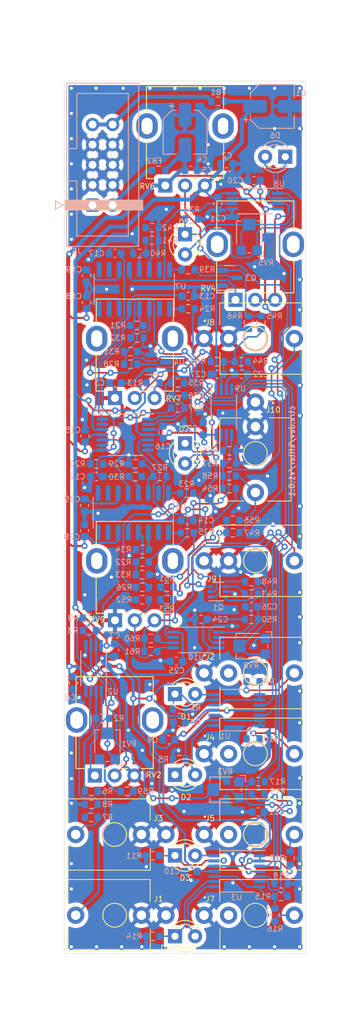
<source format=kicad_pcb>
(kicad_pcb (version 20211014) (generator pcbnew)
  (layers (0 "F.Cu" signal) (31 "B.Cu" signal) (34 "B.Paste" user) (35 "F.Paste" user) (36 "B.SilkS" user "B.Silkscreen") (37 "F.SilkS" user "F.Silkscreen") (38 "B.Mask" user) (39 "F.Mask" user) (44 "Edge.Cuts" user))
  (net 0 "")
  (net 1 "GND")
  (net 2 "-12V")
  (net 3 "+12V")
  (net 4 "Net-(D1-Pad1)")
  (net 5 "Net-(D3-Pad2)")
  (net 6 "Net-(D3-Pad1)")
  (net 7 "Net-(Q1-Pad2)")
  (net 8 "Net-(Q1-Pad1)")
  (net 9 "Net-(R2-Pad1)")
  (net 10 "Net-(R10-Pad1)")
  (net 11 "+5V")
  (net 13 "Net-(D1-Pad2)")
  (net 14 "Net-(D2-Pad2)")
  (net 15 "Net-(D2-Pad1)")
  (net 16 "Net-(D4-Pad2)")
  (net 17 "Net-(D4-Pad1)")
  (net 18 "/FILTER/I_ABC")
  (net 19 "Net-(R7-Pad1)")
  (net 20 "Net-(RV2-Pad2)")
  (net 21 "Net-(R34-Pad1)")
  (net 22 "Net-(R47-Pad1)")
  (net 23 "/FILTER/QCV")
  (net 24 "Net-(J1-Pad3)")
  (net 25 "Net-(J2-Pad3)")
  (net 26 "Net-(J4-Pad3)")
  (net 28 "Net-(J5-Pad3)")
  (net 30 "Net-(J7-Pad3)")
  (net 32 "Net-(J9-Pad3)")
  (net 33 "Net-(J10-Pad3)")
  (net 34 "Net-(D7-Pad2)")
  (net 35 "Net-(D7-Pad1)")
  (net 36 "Net-(FB1-Pad1)")
  (net 37 "Net-(FB2-Pad1)")
  (net 38 "Net-(Q3-Pad2)")
  (net 39 "Net-(R4-Pad1)")
  (net 40 "Net-(R25-Pad1)")
  (net 41 "/HP")
  (net 42 "/LP")
  (net 43 "/FILTER/BP2")
  (net 44 "Net-(J3-Pad3)")
  (net 45 "/FILTER/I_RES")
  (net 46 "Net-(R2-Pad2)")
  (net 47 "Net-(R3-Pad1)")
  (net 48 "/IN")
  (net 49 "Net-(R12-Pad1)")
  (net 51 "Net-(C17-Pad2)")
  (net 52 "Net-(R20-Pad1)")
  (net 53 "Net-(R21-Pad1)")
  (net 54 "Net-(R22-Pad1)")
  (net 55 "Net-(R23-Pad1)")
  (net 56 "Net-(R24-Pad1)")
  (net 57 "Net-(R27-Pad2)")
  (net 58 "Net-(R54-Pad1)")
  (net 61 "Net-(C12-Pad1)")
  (net 62 "Net-(C13-Pad1)")
  (net 63 "Net-(C14-Pad2)")
  (net 64 "Net-(C14-Pad1)")
  (net 65 "Net-(R28-Pad2)")
  (net 66 "Net-(R35-Pad1)")
  (net 67 "Net-(R39-Pad2)")
  (net 68 "Net-(R40-Pad1)")
  (net 69 "Net-(R42-Pad1)")
  (net 70 "Net-(R48-Pad1)")
  (net 71 "Net-(R49-Pad2)")
  (net 72 "Net-(R54-Pad2)")
  (net 73 "Net-(R52-Pad2)")
  (net 74 "Net-(R53-Pad1)")
  (net 75 "Net-(C26-Pad1)")
  (net 76 "Net-(C26-Pad2)")
  (net 77 "Net-(C27-Pad2)")
  (net 78 "Net-(C27-Pad1)")
  (net 79 "Net-(RV1-Pad3)")
  (net 80 "Net-(R15-Pad2)")
  (net 81 "Net-(R15-Pad1)")
  (net 82 "/LP1")
  (net 84 "Net-(RV4-Pad1)")
  (net 85 "Net-(RV4-Pad2)")
  (net 86 "Net-(R18-Pad2)")
  (net 87 "Net-(D5-Pad1)")
  (footprint "LED_THT:LED_D3.0mm_Clear" (layer "F.Cu") (at 13.97 87.189)
    (fp_text reference "D1")
    (fp_text value "HP")
  )
  (footprint "covertneko_Audio:PJ301M" (layer "F.Cu") (at 17.64 84.54 -90)
    (fp_text reference "J2")
    (fp_text value "HP" hide)
  )
  (footprint "covertneko_Audio:PJ301M" (layer "F.Cu") (at 12.83 115.08 90)
    (fp_text reference "J1")
    (fp_text value "IN1" hide)
  )
  (footprint "LED_THT:LED_D3.0mm_Clear" (layer "F.Cu") (at 13.97 97.369)
    (fp_text reference "D2")
    (fp_text value "LP")
  )
  (footprint "LED_THT:LED_D3.0mm_Clear" (layer "F.Cu") (at 13.97 107.549)
    (fp_text reference "D3")
    (fp_text value "BP")
  )
  (footprint "LED_THT:LED_D3.0mm_Clear" (layer "F.Cu") (at 13.97 117.729)
    (fp_text reference "D4")
    (fp_text value "NOTCH")
  )
  (footprint "LED_THT:LED_D3.0mm" (layer "F.Cu") (at 15.24 29.21 -90)
    (fp_text reference "D5")
    (fp_text value "GREEN")
  )
  (footprint "covertneko_Audio:PJ301M" (layer "F.Cu") (at 12.83 104.9 90)
    (fp_text reference "J3")
    (fp_text value "IN2" hide)
  )
  (footprint "covertneko_Audio:PJ301M" (layer "F.Cu") (at 17.64 94.72 -90)
    (fp_text reference "J4")
    (fp_text value "LP" hide)
  )
  (footprint "covertneko_Audio:PJ301M" (layer "F.Cu") (at 17.64 104.9 -90)
    (fp_text reference "J5")
    (fp_text value "BP" hide)
  )
  (footprint "covertneko_Audio:PJ301M" (layer "F.Cu") (at 17.64 115.08 -90)
    (fp_text reference "J7")
    (fp_text value "NOTCH" hide)
  )
  (footprint "covertneko_Audio:PJ301M" (layer "F.Cu") (at 17.64 42.36 -90)
    (fp_text reference "J8")
    (fp_text value "QCV" hide)
  )
  (footprint "covertneko_Audio:PJ301M" (layer "F.Cu") (at 17.64 70.39 -90)
    (fp_text reference "J9")
    (fp_text value "CV1" hide)
  )
  (footprint "covertneko_Audio:PJ301M" (layer "F.Cu") (at 24.12 50.37 180)
    (fp_text reference "J10")
    (fp_text value "CV2" hide)
  )
  (footprint "covertneko_General:Potentiometer_SongHuei_RD0904N-L25-KQ_Single_Vertical" (layer "F.Cu") (at 3.85 97.46 90)
    (fp_text reference "RV2")
    (fp_text value "B10K MIX IN")
  )
  (footprint "covertneko_General:Potentiometer_Alpha_RD901F-40-00D_Single_Vertical" (layer "F.Cu") (at 6.39 77.8904 90)
    (fp_text reference "RV9")
    (fp_text value "B10K CV1LVL")
  )
  (footprint "covertneko_General:Potentiometer_Alpha_RD901F-40-00D_Single_Vertical" (layer "F.Cu") (at 12.74 23.0598 90)
    (fp_text reference "RV6")
    (fp_text value "B10K CUTOFF")
  )
  (footprint "covertneko_General:Potentiometer_SongHuei_RD0904N-L25-KQ_Single_Vertical" (layer "F.Cu") (at 21.604 37.48 90)
    (fp_text reference "RV4")
    (fp_text value "B50K QDRIVE")
  )
  (footprint "covertneko_General:Potentiometer_Alpha_RD901F-40-00D_Single_Vertical" (layer "F.Cu") (at 6.39 49.86 90)
    (fp_text reference "RV7")
    (fp_text value "B10K Q")
  )
  (footprint "LED_THT:LED_D3.0mm_Clear" (layer "F.Cu") (at 15.24 55.5752 -90)
    (fp_text reference "D7")
    (fp_text value "CV")
  )
  (footprint "Capacitor_SMD:C_0603_1608Metric" (layer "B.Cu") (at 14.516 90.7415 180)
    (fp_text reference "C8")
    (fp_text value "100nF")
  )
  (footprint "Capacitor_SMD:C_0603_1608Metric" (layer "B.Cu") (at 13.1825 92.964 180)
    (fp_text reference "C9")
    (fp_text value "100nF")
  )
  (footprint "Capacitor_SMD:C_0603_1608Metric" (layer "B.Cu") (at 15.9765 109.5375 180)
    (fp_text reference "C10")
    (fp_text value "100nF")
  )
  (footprint "Capacitor_SMD:C_0603_1608Metric" (layer "B.Cu") (at 24.4855 102.0445 180)
    (fp_text reference "C11")
    (fp_text value "100nF")
  )
  (footprint "Capacitor_SMD:CP_Elec_5x5.3" (layer "B.Cu") (at 26.2665 13.081)
    (fp_text reference "C1")
    (fp_text value "10uF")
  )
  (footprint "Capacitor_SMD:CP_Elec_5x5.3" (layer "B.Cu") (at 15.24 16.342 -90)
    (fp_text reference "C4")
    (fp_text value "10uF")
  )
  (footprint "Capacitor_SMD:C_0603_1608Metric" (layer "B.Cu") (at 20.5105 20.32 180)
    (fp_text reference "C2")
    (fp_text value "100nF")
  )
  (footprint "Capacitor_SMD:C_0603_1608Metric" (layer "B.Cu") (at 16.002 21.1455 180)
    (fp_text reference "C5")
    (fp_text value "100nF")
  )
  (footprint "Resistor_SMD:R_0603_1608Metric" (layer "B.Cu") (at 19.4055 12.446)
    (fp_text reference "FB1")
    (fp_text value "220")
  )
  (footprint "Resistor_SMD:R_0603_1608Metric" (layer "B.Cu") (at 11.9125 21.1455)
    (fp_text reference "FB2")
    (fp_text value "220")
  )
  (footprint "Connector_IDC:IDC-Header_2x05_P2.54mm_Vertical" (layer "B.Cu") (at 3.556 25.527)
    (fp_text reference "J6")
    (fp_text value "POWER")
  )
  (footprint "Resistor_SMD:R_0603_1608Metric" (layer "B.Cu") (at 14.5415 89.0905)
    (fp_text reference "R1")
    (fp_text value "1K")
  )
  (footprint "Capacitor_SMD:C_0603_1608Metric" (layer "B.Cu") (at 1.143 85.7885 -90)
    (fp_text reference "C6")
    (fp_text value "100nF")
  )
  (footprint "Capacitor_SMD:C_0603_1608Metric" (layer "B.Cu") (at 6.35 81.6355 -90)
    (fp_text reference "C7")
    (fp_text value "100nF")
  )
  (footprint "Capacitor_SMD:C_0603_1608Metric" (layer "B.Cu") (at 15.5195 65.278)
    (fp_text reference "C14")
    (fp_text value "1nF")
  )
  (footprint "Capacitor_SMD:C_0603_1608Metric" (layer "B.Cu") (at 23.622 76.1746)
    (fp_text reference "C26")
    (fp_text value "4.7nF")
  )
  (footprint "Capacitor_SMD:C_0603_1608Metric" (layer "B.Cu") (at 4.064 59.7535 180)
    (fp_text reference "C12")
    (fp_text value "1nF")
  )
  (footprint "Capacitor_SMD:C_0603_1608Metric" (layer "B.Cu") (at 19.304 46.863)
    (fp_text reference "C27")
    (fp_text value "680pF")
  )
  (footprint "Capacitor_SMD:C_0603_1608Metric" (layer "B.Cu") (at 2.6035 54.648 90)
    (fp_text reference "C15")
    (fp_text value "100nF")
  )
  (footprint "Capacitor_SMD:C_0603_1608Metric" (layer "B.Cu") (at 23.9522 22.4282 180)
    (fp_text reference "C20")
    (fp_text value "100nF")
  )
  (footprint "Capacitor_SMD:C_0603_1608Metric" (layer "B.Cu") (at 2.54 66.586 90)
    (fp_text reference "C28")
    (fp_text value "100nF")
  )
  (footprint "Capacitor_SMD:C_0603_1608Metric" (layer "B.Cu") (at 12.446 54.1655 90)
    (fp_text reference "C16")
    (fp_text value "100nF")
  )
  (footprint "Capacitor_SMD:C_0603_1608Metric" (layer "B.Cu") (at 19.3802 25.3492 -90)
    (fp_text reference "C21")
    (fp_text value "100nF")
  )
  (footprint "Capacitor_SMD:C_0603_1608Metric" (layer "B.Cu") (at 2.54 63.3985 -90)
    (fp_text reference "C29")
    (fp_text value "100nF")
  )
  (footprint "Capacitor_SMD:C_0603_1608Metric" (layer "B.Cu") (at 17.2465 77.7748 180)
    (fp_text reference "C24")
    (fp_text value "100nF")
  )
  (footprint "Capacitor_SMD:C_0603_1608Metric" (layer "B.Cu") (at 14.1477 83.058 180)
    (fp_text reference "C25")
    (fp_text value "100nF")
  )
  (footprint "LED_THT:LED_D3.0mm" (layer "B.Cu") (at 27.8942 19.431 180)
    (fp_text reference "D6")
    (fp_text value "GREEN")
  )
  (footprint "Package_TO_SOT_SMD:SOT-363_SC-70-6" (layer "B.Cu") (at 19.4056 74.2696)
    (fp_text reference "Q1")
    (fp_text value "BC858")
  )
  (footprint "Package_TO_SOT_SMD:SOT-23" (layer "B.Cu") (at 20.8534 34.7218)
    (fp_text reference "Q3")
    (fp_text value "BC858")
  )
  (footprint "Resistor_SMD:R_0603_1608Metric" (layer "B.Cu") (at 3.4035 99.441)
    (fp_text reference "R6")
    (fp_text value "100K")
  )
  (footprint "Resistor_SMD:R_0603_1608Metric" (layer "B.Cu") (at 3.4035 102.743)
    (fp_text reference "R7")
    (fp_text value "100K")
  )
  (footprint "Resistor_SMD:R_0603_1608Metric" (layer "B.Cu") (at 3.1495 77.597)
    (fp_text reference "R9")
    (fp_text value "100K")
  )
  (footprint "Resistor_SMD:R_0603_1608Metric" (layer "B.Cu") (at 3.1495 79.1845)
    (fp_text reference "R3")
    (fp_text value "100K")
  )
  (footprint "Resistor_SMD:R_0603_1608Metric" (layer "B.Cu") (at 23.8252 85.6234 180)
    (fp_text reference "R4")
    (fp_text value "1K")
  )
  (footprint "Resistor_SMD:R_0603_1608Metric" (layer "B.Cu") (at 23.8252 92.837)
    (fp_text reference "R10")
    (fp_text value "1K")
  )
  (footprint "Resistor_SMD:R_0603_1608Metric" (layer "B.Cu") (at 28.5115 107.8865 90)
    (fp_text reference "R12")
    (fp_text value "1K")
  )
  (footprint "Resistor_SMD:R_0603_1608Metric" (layer "B.Cu") (at 26.6065 115.062 -90)
    (fp_text reference "R16")
    (fp_text value "1K")
  )
  (footprint "Resistor_SMD:R_0603_1608Metric" (layer "B.Cu") (at 14.516 95.4405)
    (fp_text reference "R5")
    (fp_text value "1K")
  )
  (footprint "Resistor_SMD:R_0603_1608Metric" (layer "B.Cu") (at 11.1505 107.569)
    (fp_text reference "R11")
    (fp_text value "1K")
  )
  (footprint "Resistor_SMD:R_0603_1608Metric" (layer "B.Cu") (at 11.1505 117.729)
    (fp_text reference "R14")
    (fp_text value "1K")
  )
  (footprint "Resistor_SMD:R_0603_1608Metric" (layer "B.Cu") (at 9.8425 70.5485)
    (fp_text reference "R22")
    (fp_text value "10K")
  )
  (footprint "Resistor_SMD:R_0603_1608Metric" (layer "B.Cu") (at 21.2852 65.2653 180)
    (fp_text reference "R56")
    (fp_text value "100K")
  )
  (footprint "Resistor_SMD:R_0603_1608Metric" (layer "B.Cu") (at 9.8425 75.2856)
    (fp_text reference "R52")
    (fp_text value "47K")
  )
  (footprint "Resistor_SMD:R_0603_1608Metric" (layer "B.Cu") (at 4.064 58.166 180)
    (fp_text reference "R20")
    (fp_text value "10K")
  )
  (footprint "Resistor_SMD:R_0603_1608Metric" (layer "B.Cu") (at 14.313 51.1175)
    (fp_text reference "R37")
    (fp_text value "10K")
  )
  (footprint "Resistor_SMD:R_0603_1608Metric" (layer "B.Cu") (at 14.3255 49.53 180)
    (fp_text reference "R38")
    (fp_text value "10K")
  )
  (footprint "Resistor_SMD:R_0603_1608Metric" (layer "B.Cu") (at 12.954 75.2856)
    (fp_text reference "R53")
    (fp_text value "100K")
  )
  (footprint "Resistor_SMD:R_0603_1608Metric" (layer "B.Cu") (at 9.8425 73.7235)
    (fp_text reference "R26")
    (fp_text value "10K")
  )
  (footprint "Resistor_SMD:R_0603_1608Metric" (layer "B.Cu") (at 21.2852 66.8401 180)
    (fp_text reference "R47")
    (fp_text value "220K")
  )
  (footprint "Resistor_SMD:R_0603_1608Metric" (layer "B.Cu") (at 12.954 73.7108)
    (fp_text reference "R51")
    (fp_text value "100K")
  )
  (footprint "Resistor_SMD:R_0603_1608Metric" (layer "B.Cu") (at 9.8425 72.136)
    (fp_text reference "R33")
    (fp_text value "220R")
  )
  (footprint "Resistor_SMD:R_0603_1608Metric" (layer "B.Cu") (at 9.8425 68.961 180)
    (fp_text reference "R34")
    (fp_text value "220R")
  )
  (footprint "Resistor_SMD:R_0603_1608Metric" (layer "B.Cu") (at 23.622 72.9996 180)
    (fp_text reference "R48")
    (fp_text value "1K")
  )
  (footprint "Resistor_SMD:R_0603_1608Metric" (layer "B.Cu") (at 23.622 77.7748)
    (fp_text reference "R50")
    (fp_text value "470K")
  )
  (footprint "Resistor_SMD:R_0603_1608Metric" (layer "B.Cu") (at 15.5195 66.8655)
    (fp_text reference "R25")
    (fp_text value "10K")
  )
  (footprint "Resistor_SMD:R_0603_1608Metric" (layer "B.Cu") (at 23.622 74.5744 180)
    (fp_text reference "R43")
    (fp_text value "4.7K")
  )
  (footprint "Resistor_SMD:R_0603_1608Metric" (layer "B.Cu") (at 12.065 59.7535 180)
    (fp_text reference "R27")
    (fp_text value "10K")
  )
  (footprint "Resistor_SMD:R_0603_1608Metric" (layer "B.Cu") (at 16.0782 27.2796 180)
    (fp_text reference "R36")
    (fp_text value "1.8K")
  )
  (footprint "Resistor_SMD:R_0603_1608Metric" (layer "B.Cu") (at 8.9535 59.7535)
    (fp_text reference "R30")
    (fp_text value "220R")
  )
  (footprint "Resistor_SMD:R_0603_1608Metric" (layer "B.Cu") (at 8.9535 58.166 180)
    (fp_text reference "R29")
    (fp_text value "220R")
  )
  (footprint "Resistor_SMD:R_0603_1608Metric" (layer "B.Cu") (at 14.3255 47.9425 180)
    (fp_text reference "R35")
    (fp_text value "10K")
  )
  (footprint "Resistor_SMD:R_0603_1608Metric" (layer "B.Cu") (at 23.241 40.3352 90)
    (fp_text reference "R46")
    (fp_text value "1K")
  )
  (footprint "Resistor_SMD:R_0603_1608Metric" (layer "B.Cu") (at 15.6465 33.655 180)
    (fp_text reference "R39")
    (fp_text value "10K")
  )
  (footprint "Resistor_SMD:R_0603_1608Metric" (layer "B.Cu") (at 24.8412 40.3352 -90)
    (fp_text reference "R45")
    (fp_text value "10K")
  )
  (footprint "Resistor_SMD:R_0603_1608Metric" (layer "B.Cu") (at 15.456 61.849)
    (fp_text reference "R23")
    (fp_text value "10K")
  )
  (footprint "Resistor_SMD:R_0603_1608Metric" (layer "B.Cu") (at 11.0745 28.3845)
    (fp_text reference "R42")
    (fp_text value "220R")
  )
  (footprint "Resistor_SMD:R_0603_1608Metric" (layer "B.Cu") (at 11.0745 29.972)
    (fp_text reference "R41")
    (fp_text value "220R")
  )
  (footprint "Resistor_SMD:R_0603_1608Metric" (layer "B.Cu") (at 9.4995 31.623 180)
    (fp_text reference "R40")
    (fp_text value "10K")
  )
  (footprint "Resistor_SMD:R_0603_1608Metric" (layer "B.Cu") (at 22.352 45.2755)
    (fp_text reference "R44")
    (fp_text value "100K")
  )
  (footprint "Resistor_SMD:R_0603_1608Metric" (layer "B.Cu") (at 19.304 45.2755 180)
    (fp_text reference "R49")
    (fp_text value "100K")
  )
  (footprint "Potentiometer_SMD:Potentiometer_Bourns_TC33X_Vertical" (layer "B.Cu") (at 5.4356 93.6006 90)
    (fp_text reference "RV1")
    (fp_text value "100K BALANCE")
  )
  (footprint "Potentiometer_SMD:Potentiometer_Bourns_TC33X_Vertical" (layer "B.Cu") (at 23.5712 81.153 180)
    (fp_text reference "RV8")
    (fp_text value "1K TUNE")
  )
  (footprint "Package_SO:TSSOP-14_4.4x5mm_P0.65mm" (layer "B.Cu") (at 21.7805 89.2175 180)
    (fp_text reference "U1")
    (fp_text value "TL074")
  )
  (footprint "Package_SO:TSSOP-8_4.4x3mm_P0.65mm" (layer "B.Cu") (at 24.0538 25.019 180)
    (fp_text reference "U8")
    (fp_text value "TL072")
  )
  (footprint "Package_SO:TSSOP-8_4.4x3mm_P0.65mm" (layer "B.Cu") (at 16.6116 80.3656 180)
    (fp_text reference "U10")
    (fp_text value "TL072")
  )
  (footprint "Package_SO:SOIC-16_3.9x9.9mm_P1.27mm" (layer "B.Cu") (at 8.6995 64.3255 90)
    (fp_text reference "U6")
    (fp_text value "LM13700")
  )
  (footprint "Package_TO_SOT_SMD:SOT-23" (layer "B.Cu") (at 11.877 45.355)
    (fp_text reference "U4")
    (fp_text value "LM4040C5")
  )
  (footprint "Resistor_SMD:R_0603_1608Metric" (layer "B.Cu") (at 20.828 56.515)
    (fp_text reference "R55")
    (fp_text value "1K")
  )
  (footprint "Resistor_SMD:R_0603_1608Metric" (layer "B.Cu") (at 11.214 47.9425 180)
    (fp_text reference "R13")
    (fp_text value "4.7K")
  )
  (footprint "Package_SO:TSSOP-14_4.4x5mm_P0.65mm" (layer "B.Cu") (at 21.7805 109.5375 180)
    (fp_text reference "U3")
    (fp_text value "TL074")
  )
  (footprint "Package_SO:TSSOP-14_4.4x5mm_P0.65mm" (layer "B.Cu") (at 7.6835 54.483 180)
    (fp_text reference "U5")
    (fp_text value "TL074")
  )
  (footprint "Capacitor_SMD:C_0603_1608Metric" (layer "B.Cu") (at 6.4515 47.9425 180)
    (fp_text reference "C3")
    (fp_text value "100nF")
  )
  (footprint "Capacitor_SMD:C_0603_1608Metric" (layer "B.Cu") (at 15.6465 37.0205)
    (fp_text reference "C13")
    (fp_text value "1nF")
  )
  (footprint "Resistor_SMD:R_0603_1608Metric" (layer "B.Cu") (at 4.826 90.2462 180)
    (fp_text reference "R2")
    (fp_text value "100K")
  )
  (footprint "Resistor_SMD:R_0603_1608Metric" (layer "B.Cu") (at 24.4855 98.2345 180)
    (fp_text reference "R17")
    (fp_text value "10K")
  )
  (footprint "Resistor_SMD:R_0603_1608Metric" (layer "B.Cu") (at 24.4855 99.822 180)
    (fp_text reference "R19")
    (fp_text value "10K")
  )
  (footprint "Potentiometer_SMD:Potentiometer_Bourns_TC33X_Vertical" (layer "B.Cu") (at 20.2565 99.2505 180)
    (fp_text reference "RV3")
    (fp_text value "100K NOTCH DEPTH")
  )
  (footprint "Resistor_SMD:R_0603_1608Metric" (layer "B.Cu") (at 9.182 40.7035 180)
    (fp_text reference "R21")
    (fp_text value "10K")
  )
  (footprint "Resistor_SMD:R_0603_1608Metric" (layer "B.Cu") (at 15.6465 38.608)
    (fp_text reference "R24")
    (fp_text value "10K")
  )
  (footprint "Resistor_SMD:R_0603_1608Metric" (layer "B.Cu") (at 8.3566 44.0055)
    (fp_text reference "R31")
    (fp_text value "220R")
  )
  (footprint "Resistor_SMD:R_0603_1608Metric" (layer "B.Cu") (at 9.182 42.291)
    (fp_text reference "R32")
    (fp_text value "220R")
  )
  (footprint "Resistor_SMD:R_0603_1608Metric" (layer "B.Cu") (at 20.828 61.2775)
    (fp_text reference "R54")
    (fp_text value "1M")
  )
  (footprint "Resistor_SMD:R_0603_1608Metric" (layer "B.Cu") (at 20.828 58.1025 180)
    (fp_text reference "R57")
    (fp_text value "1M")
  )
  (footprint "Resistor_SMD:R_0603_1608Metric" (layer "B.Cu") (at 20.828 59.69)
    (fp_text reference "R58")
    (fp_text value "1M")
  )
  (footprint "Potentiometer_SMD:Potentiometer_Bourns_TC33X_Vertical" (layer "B.Cu") (at 23.3426 29.4386 90)
    (fp_text reference "RV5")
    (fp_text value "100K QFR")
  )
  (footprint "Package_SO:TSSOP-8_4.4x3mm_P0.65mm" (layer "B.Cu") (at 3.683 83.947 90)
    (fp_text reference "U2")
    (fp_text value "TL072")
  )
  (footprint "Capacitor_SMD:C_0603_1608Metric" (layer "B.Cu") (at 2.794 37.808 90)
    (fp_text reference "C18")
    (fp_text value "100nF")
  )
  (footprint "Capacitor_SMD:C_0603_1608Metric" (layer "B.Cu") (at 2.794 34.4425 -90)
    (fp_text reference "C19")
    (fp_text value "100nF")
  )
  (footprint "Package_SO:SOIC-16_3.9x9.9mm_P1.27mm" (layer "B.Cu") (at 8.8265 36.1315 90)
    (fp_text reference "U7")
    (fp_text value "LM13700")
  )
  (footprint "Capacitor_SMD:C_0603_1608Metric" (layer "B.Cu") (at 6.388 31.623 180)
    (fp_text reference "C17")
    (fp_text value "0.47uF")
  )
  (footprint "Resistor_SMD:R_0603_1608Metric" (layer "B.Cu") (at 8.3566 45.593 180)
    (fp_text reference "R28")
    (fp_text value "10K")
  )
  (footprint "Resistor_SMD:R_0603_1608Metric" (layer "B.Cu") (at 3.4035 101.092)
    (fp_text reference "R8")
    (fp_text value "100K")
  )
  (footprint "Capacitor_SMD:C_0603_1608Metric" (layer "B.Cu") (at 22.352 46.863 180)
    (fp_text reference "C22")
    (fp_text value "100nF")
  )
  (footprint "Capacitor_SMD:C_0603_1608Metric" (layer "B.Cu") (at 17.526 53.721 90)
    (fp_text reference "C23")
    (fp_text value "100nF")
  )
  (footprint "Package_SO:TSSOP-8_4.4x3mm_P0.65mm" (layer "B.Cu") (at 20.1295 51.6255 -90)
    (fp_text reference "U9")
    (fp_text value "TL072")
  )
  (footprint "Resistor_SMD:R_0603_1608Metric" (layer "B.Cu") (at 27.3685 112.7125 180)
    (fp_text reference "R15")
    (fp_text value "10K")
  )
  (footprint "Resistor_SMD:R_0603_1608Metric" (layer "B.Cu") (at 27.3685 111.125 180)
    (fp_text reference "R18")
    (fp_text value "10K")
  )
  (footprint "Resistor_SMD:R_0603_1608Metric" (layer "B.Cu") (at 7.9248 99.441)
    (fp_text reference "R59")
    (fp_text value "47K")
  )
  (footprint "Resistor_SMD:R_0603_1608Metric" (layer "B.Cu") (at 10.922 80.1878)
    (fp_text reference "R60")
    (fp_text value "100K")
  )
  (footprint "Resistor_SMD:R_0603_1608Metric" (layer "B.Cu") (at 10.922 81.8134)
    (fp_text reference "R61")
    (fp_text value "47K")
  )
  (gr_poly (pts (xy 9.906 26.162) (xy 0.127 26.162) (xy 0.127 24.892) (xy 9.906 24.892)) (layer "B.SilkS") (width 0.1) (fill solid))
  (gr_line (start 30.48 9.885) (end 30.48 119.885) (layer "Edge.Cuts") (width 0.05))
  (gr_line (start 0 119.885) (end 30.48 119.885) (layer "Edge.Cuts") (width 0.05))
  (gr_line (start 0 9.885) (end 0 119.885) (layer "Edge.Cuts") (width 0.05))
  (gr_line (start 0 9.885) (end 30.48 9.885) (layer "Edge.Cuts") (width 0.05))
  (gr_text "ctrx.dev/kilter/v1.0.1" (at 28.75 56.5785 90) (layer "B.SilkS") (effects (font (size 0.7 0.7)) (justify mirror)))
  (segment (start 7.3025 50.7725) (end 6.39 49.86) (width 0.381) (layer "F.Cu") (net 1))
  (segment (start 7.3025 52.6415) (end 7.3025 50.7725) (width 0.381) (layer "F.Cu") (net 1))
  (via (at 21.2725 107.315) (size 0.8) (drill 0.4) (layers "F.Cu" "B.Cu") (net 1))
  (via (at 17.145 10.795) (size 0.8) (drill 0.4) (layers "F.Cu" "B.Cu") (net 1))
  (via (at 13.0175 57.8485) (size 0.8) (drill 0.4) (layers "F.Cu" "B.Cu") (net 1))
  (via (at 29.718 15.875) (size 0.8) (drill 0.4) (layers "F.Cu" "B.Cu") (net 1))
  (via (at 20.0152 51.7652) (size 0.8) (drill 0.4) (layers "F.Cu" "B.Cu") (net 1))
  (via (at 10.795 85.979) (size 0.8) (drill 0.4) (layers "F.Cu" "B.Cu") (net 1))
  (via (at 29.718 100.965) (size 0.8) (drill 0.4) (layers "F.Cu" "B.Cu") (net 1))
  (via (at 29.718 119.0625) (size 0.8) (drill 0.4) (layers "F.Cu" "B.Cu") (net 1))
  (via (at 18.161 20.32) (size 0.8) (drill 0.4) (layers "F.Cu" "B.Cu") (net 1))
  (via (at 0.889 17.145) (size 0.8) (drill 0.4) (layers "F.Cu" "B.Cu") (net 1))
  (via (at 7.239 119.0625) (size 0.8) (drill 0.4) (layers "F.Cu" "B.Cu") (net 1))
  (via (at 0.889 20.32) (size 0.8) (drill 0.4) (layers "F.Cu" "B.Cu") (net 1))
  (via (at 29.718 48.26) (size 0.8) (drill 0.4) (layers "F.Cu" "B.Cu") (net 1))
  (via (at 14.4145 94.2975) (size 0.8) (drill 0.4) (layers "F.Cu" "B.Cu") (net 1))
  (via (at 10.3505 108.966) (size 0.8) (drill 0.4) (layers "F.Cu" "B.Cu") (net 1))
  (via (at 20.193 119.0625) (size 0.8) (drill 0.4) (layers "F.Cu" "B.Cu") (net 1))
  (via (at 21.209 78.613) (size 0.8) (drill 0.4) (layers "F.Cu" "B.Cu") (net 1))
  (via (at 6.858 85.0265) (size 0.8) (drill 0.4) (layers "F.Cu" "B.Cu") (net 1))
  (via (at 0.889 10.795) (size 0.8) (drill 0.4) (layers "F.Cu" "B.Cu") (net 1))
  (via (at 4.2545 64.389) (size 0.8) (drill 0.4) (layers "F.Cu" "B.Cu") (net 1))
  (via (at 2.286 52.578) (size 0.8) (drill 0.4) (layers "F.Cu" "B.Cu") (net 1))
  (via (at 16.1925 89.7255) (size 0.8) (drill 0.4) (layers "F.Cu" "B.Cu") (net 1))
  (via (at 16.4592 76.6064) (size 0.8) (drill 0.4) (layers "F.Cu" "B.Cu") (net 1))
  (via (at 19.7612 22.8854) (size 0.8) (drill 0.4) (layers "F.Cu" "B.Cu") (net 1))
  (via (at 23.368 10.795) (size 0.8) (drill 0.4) (layers "F.Cu" "B.Cu") (net 1))
  (via (at 0.889 111.76) (size 0.8) (drill 0.4) (layers "F.Cu" "B.Cu") (net 1))
  (via (at 12.8778 26.0604) (size 0.8) (drill 0.4) (layers "F.Cu" "B.Cu") (net 1))
  (via (at 25.654 59.69) (size 0.8) (drill 0.4) (layers "F.Cu" "B.Cu") (net 1))
  (via (at 23.9268 81.0514) (size 0.8) (drill 0.4) (layers "F.Cu" "B.Cu") (net 1))
  (via (at 29.718 90.805) (size 0.8) (drill 0.4) (layers "F.Cu" "B.Cu") (net 1))
  (via (at 8.5725 36.1315) (size 0.8) (drill 0.4) (layers "F.Cu" "B.Cu") (net 1))
  (via (at 16.002 110.6805) (size 0.8) (drill 0.4) (layers "F.Cu" "B.Cu") (net 1))
  (via (at 7.4295 10.795) (size 0.8) (drill 0.4) (layers "F.Cu" "B.Cu") (net 1))
  (via (at 26.543 119.0625) (size 0.8) (drill 0.4) (layers "F.Cu" "B.Cu") (net 1))
  (via (at 22.0345 63.754) (size 0.8) (drill 0.4) (layers "F.Cu" "B.Cu") (net 1))
  (via (at 29.718 77.47) (size 0.8) (drill 0.4) (layers "F.Cu" "B.Cu") (net 1))
  (via (at 4.0005 10.795) (size 0.8) (drill 0.4) (layers "F.Cu" "B.Cu") (net 1))
  (via (at 23.368 119.0625) (size 0.8) (drill 0.4) (layers "F.Cu" "B.Cu") (net 1))
  (via (at 24.0284 33.2994) (size 0.8) (drill 0.4) (layers "F.Cu" "B.Cu") (net 1))
  (via (at 2.54 61.1505) (size 0.8) (drill 0.4) (layers "F.Cu" "B.Cu") (net 1))
  (via (at 13.97 10.795) (size 0.8) (drill 0.4) (layers "F.Cu" "B.Cu") (net 1))
  (via (at 12.1412 82.9564) (size 0.8) (drill 0.4) (layers "F.Cu" "B.Cu") (net 1))
  (via (at 29.718 80.7085) (size 0.8) (drill 0.4) (layers "F.Cu" "B.Cu") (net 1))
  (via (at 8.1915 69.723) (size 0.8) (drill 0.4) (layers "F.Cu" "B.Cu") (net 1))
  (via (at 29.718 108.585) (size 0.8) (drill 0.4) (layers "F.Cu" "B.Cu") (net 1))
  (via (at 0.889 29.845) (size 0.8) (drill 0.4) (layers "F.Cu" "B.Cu") (net 1))
  (via (at 16.4465 81.3435) (size 0.8) (drill 0.4) (layers "F.Cu" "B.Cu") (net 1))
  (via (at 8.5725 29.1465) (size 0.8) (drill 0.4) (layers "F.Cu" "B.Cu") (net 1))
  (via (at 2.5908 74.676) (size 0.8) (drill 0.4) (layers "F.Cu" "B.Cu") (net 1))
  (via (at 9.779 119.0625) (size 0.8) (drill 0.4) (layers "F.Cu" "B.Cu") (net 1))
  (via (at 2.8575 48.1965) (size 0.8) (drill 0.4) (layers "F.Cu" "B.Cu") (net 1))
  (via (at 29.718 52.07) (size 0.8) (drill 0.4) (layers "F.Cu" "B.Cu") (net 1))
  (via (at 2.794 45.085) (size 0.8) (drill 0.4) (layers "F.Cu" "B.Cu") (net 1))
  (via (at 21.145506 46.355) (size 0.8) (drill 0.4) (layers "F.Cu" "B.Cu") (net 1))
  (via (at 21.2725 110.998) (size 0.8) (drill 0.4) (layers "F.Cu" "B.Cu") (net 1))
  (via (at 4.064 119.0625) (size 0.8) (drill 0.4) (layers "F.Cu" "B.Cu") (net 1))
  (via (at 29.718 10.795) (size 0.8) (drill 0.4) (layers "F.Cu" "B.Cu") (net 1))
  (via (at 8.128 57.023) (size 0.8) (drill 0.4) (layers "F.Cu" "B.Cu") (net 1))
  (via (at 29.718 63.5) (size 0.8) (drill 0.4) (layers "F.Cu" "B.Cu") (net 1))
  (via (at 3.048 32.385) (size 0.8) (drill 0.4) (layers "F.Cu" "B.Cu") (net 1))
  (via (at 5.334 36.1315) (size 0.8) (drill 0.4) (layers "F.Cu" "B.Cu") (net 1))
  (via (at 29.718 38.735) (size 0.8) (drill 0.4) (layers "F.Cu" "B.Cu") (net 1))
  (via (at 0.889 94.615) (size 0.8) (drill 0.4) (layers "F.Cu" "B.Cu") (net 1))
  (via (at 1.8415 87.63) (size 0.8) (drill 0.4) (layers "F.Cu" "B.Cu") (net 1))
  (via (at 26.543 10.795) (size 0.8) (drill 0.4) (layers "F.Cu" "B.Cu") (net 1))
  (via (at 13.716 91.7575) (size 0.8) (drill 0.4) (layers "F.Cu" "B.Cu") (net 1))
  (via (at 14.351 53.1495) (size 0.8) (drill 0.4) (layers "F.Cu" "B.Cu") (net 1))
  (via (at 0.889 97.8535) (size 0.8) (drill 0.4) (layers "F.Cu" "B.Cu") (net 1))
  (via (at 26.543 15.875) (size 0.8) (drill 0.4) (layers "F.Cu" "B.Cu") (net 1))
  (via (at 0.889 100.965) (size 0.8) (drill 0.4) (layers "F.Cu" "B.Cu") (net 1))
  (via (at 2.6035 82.296) (size 0.8) (drill 0.4) (layers "F.Cu" "B.Cu") (net 1))
  (via (at 22.2504 71.7804) (size 0.8) (drill 0.4) (layers "F.Cu" "B.Cu") (net 1))
  (via (at 13.589 99.2505) (size 0.8) (drill 0.4) (layers "F.Cu" "B.Cu") (net 1))
  (via (at 16.9926 60.2234) (size 0.8) (drill 0.4) (layers "F.Cu" "B.Cu") (net 1))
  (via (at 26.3525 65.7225) (size 0.8) (drill 0.4) (layers "F.Cu" "B.Cu") (net 1))
  (via (at 11.049 98.4758) (size 0.8) (drill 0.4) (layers "F.Cu" "B.Cu") (net 1))
  (via (at 20.193 10.795) (size 0.8) (drill 0.4) (layers "F.Cu" "B.Cu") (net 1))
  (via (at 21.4376 76.5556) (size 0.8) (drill 0.4) (layers "F.Cu" "B.Cu") (net 1))
  (via (at 21.5392 74.5744) (size 0.8) (drill 0.4) (layers "F.Cu" "B.Cu") (net 1))
  (via (at 27.7368 34.163) (size 0.8) (drill 0.4) (layers "F.Cu" "B.Cu") (net 1))
  (via (at 0.889 108.585) (size 0.8) (drill 0.4) (layers "F.Cu" "B.Cu") (net 1))
  (via (at 29.718 86.805) (size 0.8) (drill 0.4) (layers "F.Cu" "B.Cu") (net 1))
  (via (at 0.889 119.0625) (size 0.8) (drill 0.4) (layers "F.Cu" "B.Cu") (net 1))
  (via (at 18.415 62.1665) (size 0.8) (drill 0.4) (layers "F.Cu" "B.Cu") (net 1))
  (via (at 18.0594 27.0002) (size 0.8) (drill 0.4) (layers "F.Cu" "B.Cu") (net 1))
  (via (at 15.113 101.981) (size 0.8) (drill 0.4) (layers "F.Cu" "B.Cu") (net 1))
  (via (at 29.718 67.31) (size 0.8) (drill 0.4) (layers "F.Cu" "B.Cu") (net 1))
  (via (at 29.718 111.76) (size 0.8) (drill 0.4) (layers "F.Cu" "B.Cu") (net 1))
  (via (at 8.0645 91.7575) (size 0.8) (drill 0.4) (layers "F.Cu" "B.Cu") (net 1))
  (via (at 10.8585 43.307) (size 0.8) (drill 0.4) (layers "F.Cu" "B.Cu") (net 1))
  (via (at 10.795 10.795) (size 0.8) (drill 0.4) (layers "F.Cu" "B.Cu") (net 1))
  (via (at 9.8425 94.2975) (size 0.8) (drill 0.4) (layers "F.Cu" "B.Cu") (net 1))
  (via (at 19.1008 64.1604) (size 0.8) (drill 0.4) (layers "F.Cu" "B.Cu") (net 1))
  (via (at 5.9436 72.4408) (size 0.8) (drill 0.4) (layers "F.Cu" "B.Cu") (net 1))
  (via (at 18.161 17.907) (size 0.8) (drill 0.4) (layers "F.Cu" "B.Cu") (net 1))
  (via (at 29.718 34.925) (size 0.8) (drill 0.4) (layers "F.Cu" "B.Cu") (net 1))
  (via (at 29.718 74.3585) (size 0.8) (drill 0.4) (layers "F.Cu" "B.Cu") (net 1))
  (via (at 22.479 102.0445) (size 0.8) (drill 0.4) (layers "F.Cu" "B.Cu") (net 1))
  (via (at 0.889 13.97) (size 0.8) (drill 0.4) (layers "F.Cu" "B.Cu") (net 1))
  (via (at 0.889 26.67) (size 0.8) (drill 0.4) (layers "F.Cu" "B.Cu") (net 1))
  (via (at 4.7625 82.677) (size 0.8) (drill 0.4) (layers "F.Cu" "B.Cu") (net 1))
  (via (at 0.889 23.495) (size 0.8) (drill 0.4) (layers "F.Cu" "B.Cu") (net 1))
  (via (at 17.78 51.8795) (size 0.8) (drill 0.4) (layers "F.Cu" "B.Cu") (net 1))
  (via (at 29.718 97.79) (size 0.8) (drill 0.4) (layers "F.Cu" "B.Cu") (net 1))
  (via (at 11.7475 72.0725) (size 0.8) (drill 0.4) (layers "F.Cu" "B.Cu") (net 1))
  (segment (start 21.6155 58.1025) (end 21.6155 56.515) (width 0.254) (layer "B.Cu") (net 1))
  (segment (start 1.143 86.9315) (end 1.8415 87.63) (width 0.25) (layer "B.Cu") (net 1))
  (segment (start 21.6155 56.515) (end 21.6155 55.9745) (width 0.254) (layer "B.Cu") (net 1))
  (segment (start 18.288 79.171318) (end 18.846318 78.613) (width 0.2032) (layer "B.Cu") (net 1))
  (segment (start 13.691 95.4405) (end 13.691 94.5638) (width 0.381) (layer "B.Cu") (net 1))
  (segment (start 12.4075 92.5707) (end 13.2207 91.7575) (width 0.381) (layer "B.Cu") (net 1))
  (segment (start 23.9268 80.6164) (end 24.3902 80.153) (width 0.2032) (layer "B.Cu") (net 1))
  (segment (start 17.526 52.1335) (end 17.78 51.8795) (width 0.254) (layer "B.Cu") (net 1))
  (segment (start 21.463 46.6725) (end 21.463 46.672494) (width 0.254) (layer "B.Cu") (net 1))
  (segment (start 9.055 68.961) (end 8.9535 68.961) (width 0.254) (layer "B.Cu") (net 1))
  (segment (start 20.643315 78.613) (end 21.209 78.613) (width 0.2032) (layer "B.Cu") (net 1))
  (segment (start 21.463 46.672494) (end 21.145506 46.355) (width 0.254) (layer "B.Cu") (net 1))
  (segment (start 17.526 52.9335) (end 17.526 52.1335) (width 0.254) (layer "B.Cu") (net 1))
  (segment (start 11.991 53.833) (end 12.446 53.378) (width 0.254) (layer "B.Cu") (net 1))
  (segment (start 3.2765 59.7535) (end 3.2765 60.414) (width 0.254) (layer "B.Cu") (net 1))
  (segment (start 12.446 53.378) (end 12.6745 53.1495) (width 0.254) (layer "B.Cu") (net 1))
  (segment (start 12.6745 53.1495) (end 14.351 53.1495) (width 0.254) (layer "B.Cu") (net 1))
  (segment (start 20.4545 48.739) (end 20.4545 47.8108) (width 0.2032) (layer "B.Cu") (net 1))
  (segment (start 21.6155 55.9745) (end 24.12 53.47) (width 0.254) (layer "B.Cu") (net 1))
  (segment (start 13.691 94.5638) (end 13.9573 94.2975) (width 0.381) (layer "B.Cu") (net 1))
  (segment (start 2.6035 52.8955) (end 2.286 52.578) (width 0.254) (layer "B.Cu") (net 1))
  (segment (start 13.2207 91.7575) (end 13.716 91.7575) (width 0.381) (layer "B.Cu") (net 1))
  (segment (start 2.708 82.1915) (end 2.6035 82.296) (width 0.254) (layer "B.Cu") (net 1))
  (segment (start 21.2344 74.2696) (end 21.5392 74.5744) (width 0.254) (layer "B.Cu") (net 1))
  (segment (start 13.716 91.7575) (end 13.716 90.754) (width 0.254) (layer "B.Cu") (net 1))
  (segment (start 18.288 80.259882) (end 18.288 79.171318) (width 0.2032) (layer "B.Cu") (net 1))
  (segment (start 8.166 58.166) (end 8.166 58.1785) (width 0.254) (layer "B.Cu") (net 1))
  (segment (start 9.9695 42.291) (end 9.9695 43.2176) (width 0.254) (layer "B.Cu") (net 1))
  (segment (start 8.9535 68.961) (end 8.1915 69.723) (width 0.254) (layer "B.Cu") (net 1))
  (segment (start 12.4075 92.964) (end 12.4075 92.5707) (width 0.381) (layer "B.Cu") (net 1))
  (segment (start 3.6955 36.1315) (end 3.683 36.1315) (width 0.381) (layer "B.Cu") (net 1))
  (segment (start 17.78 27.2796) (end 16.9032 27.2796) (width 0.254) (layer "B.Cu") (net 1))
  (segment (start 2.6035 53.8605) (end 2.6035 52.8955) (width 0.254) (layer "B.Cu") (net 1))
  (segment (start 18.0594 27.0002) (end 17.78 27.2796) (width 0.254) (layer "B.Cu") (net 1))
  (segment (start 13.9573 94.2975) (end 14.4145 94.2975) (width 0.381) (layer "B.Cu") (net 1))
  (segment (start 23.9268 81.0514) (end 23.9268 80.6164) (width 0.2032) (layer "B.Cu") (net 1))
  (segment (start 6.39 49.86) (end 6.39 48.6685) (width 0.254) (layer "B.Cu") (net 1))
  (segment (start 8.166 57.061) (end 8.128 57.023) (width 0.254) (layer "B.Cu") (net 1))
  (segment (start 15.7665 89.0905) (end 16.1925 89.5165) (width 0.2032) (layer "B.Cu") (net 1))
  (segment (start 3.2765 60.414) (end 2.54 61.1505) (width 0.254) (layer "B.Cu") (net 1))
  (segment (start 1.143 86.576) (end 1.143 86.9315) (width 0.25) (layer "B.Cu") (net 1))
  (segment (start 3.683 36.1315) (end 2.794 37.0205) (width 0.381) (layer "B.Cu") (net 1))
  (segment (start 5.334 36.1315) (end 3.6955 36.1315) (width 0.381) (layer "B.Cu") (net 1))
  (segment (start 23.698 102.0445) (end 22.479 102.0445) (width 0.254) (layer "B.Cu") (net 1))
  (segment (start 21.4023 46.863) (end 21.5645 46.863) (width 0.2032) (layer "B.Cu") (net 1))
  (segment (start 15.329 89.0905) (end 15.7665 89.0905) (width 0.2032) (layer "B.Cu") (net 1))
  (segment (start 9.1816 44.0055) (end 9.6393 44.0055) (width 0.254) (layer "B.Cu") (net 1))
  (segment (start 6.39 48.6685) (end 5.664 47.9425) (width 0.254) (layer "B.Cu") (net 1))
  (segment (start 18.718718 80.6906) (end 18.288 80.259882) (width 0.2032) (layer "B.Cu") (net 1))
  (segment (start 21.5645 46.774) (end 21.463 46.6725) (width 0.254) (layer "B.Cu") (net 1))
  (segment (start 10.0388 44.405) (end 10.877 44.405) (width 0.254) (layer "B.Cu") (net 1))
  (segment (start 16.1925 89.5165) (end 16.1925 89.7255) (width 0.2032) (layer "B.Cu") (net 1))
  (segment (start 9.9695 43.2176) (end 9.1816 44.0055) (width 0.254) (layer "B.Cu") (net 1))
  (segment (start 9.6393 44.0055) (end 10.0388 44.405) (width 0.254) (layer "B.Cu") (net 1))
  (segment (start 20.3556 74.2696) (end 21.2344 74.2696) (width 0.254) (layer "B.Cu") (net 1))
  (segment (start 18.846318 78.613) (end 20.643315 78.613) (width 0.2032) (layer "B.Cu") (net 1))
  (segment (start 10.6335 53.833) (end 11.991 53.833) (width 0.254) (layer "B.Cu") (net 1))
  (segment (start 2.708 81.0845) (end 2.708 82.1915) (width 0.254) (layer "B.Cu") (net 1))
  (segment (start 24.3902 80.153) (end 25.3712 80.153) (width 0.2032) (layer "B.Cu") (net 1))
  (segment (start 21.5645 46.863) (end 21.5645 46.774) (width 0.254) (layer "B.Cu") (net 1))
  (segment (start 19.5616 80.6906) (end 18.718718 80.6906) (width 0.2032) (layer "B.Cu") (net 1))
  (segment (start 20.4545 47.8108) (end 21.4023 46.863) (width 0.2032) (layer "B.Cu") (net 1))
  (segment (start 8.166 58.1785) (end 9.741 59.7535) (width 0.254) (layer "B.Cu") (net 1))
  (segment (start 3.6955 36.1315) (end 2.794 35.23) (width 0.381) (layer "B.Cu") (net 1))
  (segment (start 8.166 58.166) (end 8.166 57.061) (width 0.254) (layer "B.Cu") (net 1))
  (segment (start 13.967 21.8328) (end 12.74 23.0598) (width 0.254) (layer "F.Cu") (net 2))
  (segment (start 10.731495 87.757) (end 8.699496 87.757) (width 0.254) (layer "F.Cu") (net 2))
  (segment (start 23.0124 23.8506) (end 20.9946 21.8328) (width 0.254) (layer "F.Cu") (net 2))
  (segment (start 25.3492 38.311082) (end 25.3492 26.1874) (width 0.254) (layer "F.Cu") (net 2))
  (segment (start 1.9685 56.5785) (end 2.037815 56.5785) (width 0.254) (layer "F.Cu") (net 2))
  (segment (start 0.47901 83.54701) (end 0.625 83.693) (width 0.508) (layer "F.Cu") (net 2))
  (segment (start 0.47901 39.27751) (end 0.9525 39.751) (width 0.254) (layer "F.Cu") (net 2))
  (segment (start 0.625034 31.696466) (end 0.47901 31.84249) (width 0.508) (layer "F.Cu") (net 2))
  (segment (start 2.037815 56.5785) (end 2.6035 56.5785) (width 0.254) (layer "F.Cu") (net 2))
  (segment (start 24.7396 25.3238) (end 25.4508 26.035) (width 0.254) (layer "F.Cu") (net 2))
  (segment (start 0.47901 41.04999) (end 0.47901 55.08901) (width 0.508) (layer "F.Cu") (net 2))
  (segment (start 4.826 83.693) (end 6.9215 83.693) (width 0.381) (layer "F.Cu") (net 2))
  (segment (start 0.47901 55.08901) (end 0.47901 67.65649) (width 0.508) (layer "F.Cu") (net 2))
  (segment (start 20.9946 21.8328) (end 13.967 21.8328) (width 0.254) (layer "F.Cu") (net 2))
  (segment (start 0.47901 68.04301) (end 0.9525 68.5165) (width 0.254) (layer "F.Cu") (net 2))
  (segment (start 0.9525 39.751) (end 2.794 39.751) (width 0.254) (layer "F.Cu") (net 2))
  (segment (start 0.47901 39.27199) (end 0.47901 39.27751) (width 0.25) (layer "F.Cu") (net 2))
  (segment (start 25.3492 26.1874) (end 23.0124 23.8506) (width 0.254) (layer "F.Cu") (net 2))
  (segment (start 0.47901 55.08901) (end 1.9685 56.5785) (width 0.254) (layer "F.Cu") (net 2))
  (segment (start 24.7396 23.8252) (end 24.7396 25.3238) (width 0.254) (layer "F.Cu") (net 2))
  (segment (start 25.369937 38.331819) (end 25.3492 38.311082) (width 0.254) (layer "F.Cu") (net 2))
  (segment (start 0.9525 68.5165) (end 2.54 68.5165) (width 0.254) (layer "F.Cu") (net 2))
  (segment (start 0.47901 67.65649) (end 0.47901 68.04301) (width 0.254) (layer "F.Cu") (net 2))
  (segment (start 0.625034 31.6865) (end 0.625034 31.696466) (width 0.508) (layer "F.Cu") (net 2))
  (segment (start 0.47901 31.84249) (end 0.47901 39.27199) (width 0.508) (layer "F.Cu") (net 2))
  (segment (start 3.2385 85.2805) (end 4.826 83.693) (width 0.381) (layer "F.Cu") (net 2))
  (segment (start 0.47901 39.27199) (end 0.47901 41.04999) (width 0.508) (layer "F.Cu") (net 2))
  (segment (start 0.47901 67.65649) (end 0.47901 83.54701) (width 0.508) (layer "F.Cu") (net 2))
  (via (at 3.2385 85.2805) (size 0.8) (drill 0.4) (layers "F.Cu" "B.Cu") (net 2))
  (via (at 8.699496 87.757) (size 0.8) (drill 0.4) (layers "F.Cu" "B.Cu") (net 2))
  (via (at 6.9215 83.693) (size 0.8) (drill 0.4) (layers "F.Cu" "B.Cu") (net 2))
  (via (at 2.794 39.751) (size 0.8) (drill 0.4) (layers "F.Cu" "B.Cu") (net 2))
  (via (at 25.4508 26.035) (size 0.8) (drill 0.4) (layers "F.Cu" "B.Cu") (net 2))
  (via (at 0.625 83.693) (size 0.8) (drill 0.4) (layers "F.Cu" "B.Cu") (net 2))
  (via (at 0.625034 31.6865) (size 0.8) (drill 0.4) (layers "F.Cu" "B.Cu") (net 2))
  (via (at 2.6035 56.5785) (size 0.8) (drill 0.4) (layers "F.Cu" "B.Cu") (net 2))
  (via (at 10.731495 87.757) (size 0.8) (drill 0.4) (layers "F.Cu" "B.Cu") (net 2))
  (via (at 23.0124 23.8506) (size 0.8) (drill 0.4) (layers "F.Cu" "B.Cu") (net 2))
  (via (at 2.54 68.5165) (size 0.8) (drill 0.4) (layers "F.Cu" "B.Cu") (net 2))
  (via (at 25.369937 38.331819) (size 0.8) (drill 0.4) (layers "F.Cu" "B.Cu") (net 2))
  (via (at 24.7396 23.8252) (size 0.8) (drill 0.4) (layers "F.Cu" "B.Cu") (net 2))
  (segment (start 2.54 67.3355) (end 3.015 67.3355) (width 0.254) (layer "B.Cu") (net 2))
  (segment (start 25.4918 25.994) (end 25.4508 26.035) (width 0.254) (layer "B.Cu") (net 2))
  (segment (start 12.74 23.0598) (end 11.332 23.0598) (width 0.508) (layer "B.Cu") (net 2))
  (segment (start 13.924739 85.961999) (end 18.546138 81.3406) (width 0.254) (layer "B.Cu") (net 2))
  (segment (start 21.748732 48.739) (end 21.1045 48.739) (width 0.254) (layer "B.Cu") (net 2))
  (segment (start 1.651 83.693) (end 3.2385 85.2805) (width 0.381) (layer "B.Cu") (net 2))
  (segment (start 13.275268 89.93949) (end 11.092778 87.757) (width 0.254) (layer "B.Cu") (net 2))
  (segment (start 1.618 85.001) (end 2.708 86.091) (width 0.25) (layer "B.Cu") (net 2))
  (segment (start 22.32901 44.59999) (end 22.32901 46.05251) (width 0.254) (layer "B.Cu") (net 2))
  (segment (start 23.0124 23.8506) (end 23.3048 23.8506) (width 0.254) (layer "B.Cu") (net 2))
  (segment (start 23.3048 23.8506) (end 24.7272 22.4282) (width 0.254) (layer "B.Cu") (net 2))
  (segment (start 22.32901 46.05251) (end 23.1395 46.863) (width 0.254) (layer "B.Cu") (net 2))
  (segment (start 10.731495 87.757) (end 12.526496 85.961999) (width 0.254) (layer "B.Cu") (net 2))
  (segment (start 26.2128 43.6626) (end 25.527 44.3484) (width 0.254) (layer "B.Cu") (net 2))
  (segment (start 1.143 85.001) (end 1.618 85.001) (width 0.25) (layer "B.Cu") (net 2))
  (segment (start 15.2145 18.5675) (end 15.24 18.542) (width 0.508) (layer "B.Cu") (net 2))
  (segment (start 0.635 31.6865) (end 0.625034 31.6865) (width 0.508) (layer "B.Cu") (net 2))
  (segment (start 26.2128 39.174682) (end 26.2128 43.6626) (width 0.254) (layer "B.Cu") (net 2))
  (segment (start 0.625 83.693) (end 1.651 83.693) (width 0.381) (layer "B.Cu") (net 2))
  (segment (start 15.2145 21.1455) (end 15.2145 18.5675) (width 0.508) (layer "B.Cu") (net 2))
  (segment (start 18.546138 81.3406) (end 18.5826 81.3406) (width 0.254) (layer "B.Cu") (net 2))
  (segment (start 2.794 38.5955) (end 2.794 39.751) (width 0.254) (layer "B.Cu") (net 2))
  (segment (start 3.015 67.3355) (end 3.78201 68.10251) (width 0.254) (layer "B.Cu") (net 2))
  (segment (start 16.5735 109.5375) (end 18.8305 109.5375) (width 0.254) (layer "B.Cu") (net 2))
  (segment (start 24.7272 22.4282) (end 24.7272 23.8128) (width 0.254) (layer "B.Cu") (net 2))
  (segment (start 15.24 104.8385) (end 15.24 108.204) (width 0.254) (layer "B.Cu") (net 2))
  (segment (start 24.7272 23.8128) (end 24.7396 23.8252) (width 0.254) (layer "B.Cu") (net 2))
  (segment (start 16.379464 90.7415) (end 15.3035 90.7415) (width 0.254) (layer "B.Cu") (net 2))
  (segment (start 17.9832 77.7748) (end 17.526 78.232) (width 0.254) (layer "B.Cu") (net 2))
  (segment (start 26.9163 25.994) (end 25.4918 25.994) (width 0.254) (layer "B.Cu") (net 2))
  (segment (start 3.78201 68.10251) (end 6.46749 68.10251) (width 0.254) (layer "B.Cu") (net 2))
  (segment (start 17.526 78.232) (end 17.526 80.518) (width 0.254) (layer "B.Cu") (net 2))
  (segment (start 15.24 18.542) (end 15.24 18.6055) (width 0.508) (layer "B.Cu") (net 2))
  (segment (start 14.6685 21.1455) (end 12.7542 23.0598) (width 0.508) (layer "B.Cu") (net 2))
  (segment (start 25.369937 38.331819) (end 26.2128 39.174682) (width 0.254) (layer "B.Cu") (net 2))
  (segment (start 18.034 77.7748) (end 17.9832 77.7748) (width 0.254) (layer "B.Cu") (net 2))
  (segment (start 18.8305 89.2175) (end 17.903464 89.2175) (width 0.254) (layer "B.Cu") (net 2))
  (segment (start 10.8585 94.6785) (end 12.0015 95.8215) (width 0.254) (layer "B.Cu") (net 2))
  (segment (start 0.625 83.693) (end 0.625 84.483) (width 0.25) (layer "B.Cu") (net 2))
  (segment (start 2.54 67.3735) (end 2.54 68.5165) (width 0.254) (layer "B.Cu") (net 2))
  (segment (start 18.3486 81.3406) (end 19.5616 81.3406) (width 0.254) (layer "B.Cu") (net 2))
  (segment (start 15.3035 90.2665) (end 14.97649 89.93949) (width 0.254) (layer "B.Cu") (net 2))
  (segment (start 8.6868 91.3638) (end 10.8585 93.5355) (width 0.254) (layer "B.Cu") (net 2))
  (segment (start 17.526 80.518) (end 18.3486 81.3406) (width 0.254) (layer "B.Cu") (net 2))
  (segment (start 8.6868 87.769696) (end 8.6868 91.3638) (width 0.254) (layer "B.Cu") (net 2))
  (segment (start 2.6035 56.5785) (end 2.6035 55.4355) (width 0.254) (layer "B.Cu") (net 2))
  (segment (start 15.3035 90.7415) (end 15.3035 90.2665) (width 0.254) (layer "B.Cu") (net 2))
  (segment (start 2.794 38.544404) (end 4.033914 37.30449) (width 0.254) (layer "B.Cu") (net 2))
  (segment (start 25.527 44.3484) (end 22.5806 44.3484) (width 0.254) (layer "B.Cu") (net 2))
  (segment (start 6.7945 67.7755) (end 6.7945 66.8005) (width 0.254) (layer "B.Cu") (net 2))
  (segment (start 6.9215 37.6315) (end 6.9215 38.6065) (width 0.254) (layer "B.Cu") (net 2))
  (segment (start 14.97649 89.93949) (end 13.275268 89.93949) (width 0.254) (layer "B.Cu") (net 2))
  (segment (start 17.903464 89.2175) (end 16.379464 90.7415) (width 0.254) (layer "B.Cu") (net 2))
  (segment (start 7.321499 84.092999) (end 6.9215 83.693) (width 0.381) (layer "B.Cu") (net 2))
  (segment (start 23.1395 46.863) (end 23.1395 47.348232) (width 0.254) (layer "B.Cu") (net 2))
  (segment (start 15.24 108.204) (end 16.5735 109.5375) (width 0.254) (layer "B.Cu") (net 2))
  (segment (start 2.708 86.091) (end 2.708 86.8095) (width 0.25) (layer "B.Cu") (net 2))
  (segment (start 5.207 27.1145) (end 0.635 31.6865) (width 0.508) (layer "B.Cu") (net 2))
  (segment (start 6.59449 37.30449) (end 6.9215 37.6315) (width 0.254) (layer "B.Cu") (net 2))
  (segment (start 11.332 23.0598) (end 7.2773 27.1145) (width 0.508) (layer "B.Cu") (net 2))
  (segment (start 2.6035 55.4355) (end 3.556 54.483) (width 0.254) (layer "B.Cu") (net 2))
  (segment (start 6.46749 68.10251) (end 6.7945 67.7755) (width 0.254) (layer "B.Cu") (net 2))
  (segment (start 12.526496 85.961999) (end 13.924739 85.961999) (width 0.254) (layer "B.Cu") (net 2))
  (segment (start 3.556 54.483) (end 4.7335 54.483) (width 0.254) (layer "B.Cu") (net 2))
  (segment (start 12.0015 95.8215) (end 12.0015 101.6) (width 0.254) (layer "B.Cu") (net 2))
  (segment (start 22.5806 44.3484) (end 22.32901 44.59999) (width 0.254) (layer "B.Cu") (net 2))
  (segment (start 15.2145 21.1455) (end 14.6685 21.1455) (width 0.508) (layer "B.Cu") (net 2))
  (segment (start 15.24 18.6055) (end 12.7 21.1455) (width 0.508) (layer "B.Cu") (net 2))
  (segment (start 22.8345 77.7748) (end 18.034 77.7748) (width 0.254) (layer "B.Cu") (net 2))
  (segment (start 12.7542 23.0598) (end 12.74 23.0598) (width 0.508) (layer "B.Cu") (net 2))
  (segment (start 8.699496 85.470996) (end 7.321499 84.092999) (width 0.381) (layer "B.Cu") (net 2))
  (segment (start 7.2773 27.1145) (end 5.207 27.1145) (width 0.508) (layer "B.Cu") (net 2))
  (segment (start 8.699496 87.757) (end 8.699496 85.470996) (width 0.381) (layer "B.Cu") (net 2))
  (segment (start 10.8585 93.5355) (end 10.8585 94.6785) (width 0.254) (layer "B.Cu") (net 2))
  (segment (start 18.5826 81.3406) (end 19.5616 81.3406) (width 0.254) (layer "B.Cu") (net 2))
  (segment (start 0.625 84.483) (end 1.143 85.001) (width 0.25) (layer "B.Cu") (net 2))
  (segment (start 4.033914 37.30449) (end 6.59449 37.30449) (width 0.254) (layer "B.Cu") (net 2))
  (segment (start 8.699496 87.757) (end 8.6868 87.769696) (width 0.254) (layer "B.Cu") (net 2))
  (segment (start 12.0015 101.6) (end 15.24 104.8385) (width 0.254) (layer "B.Cu") (net 2))
  (segment (start 11.092778 87.757) (end 10.731495 87.757) (width 0.254) (layer "B.Cu") (net 2))
  (segment (start 2.794 38.5955) (end 2.794 38.544404) (width 0.254) (layer "B.Cu") (net 2))
  (segment (start 23.1395 47.348232) (end 21.748732 48.739) (width 0.254) (layer "B.Cu") (net 2))
  (segment (start 3.81 51.435) (end 6.4135 51.435) (width 0.254) (layer "F.Cu") (net 3))
  (segment (start 3.048 50.673) (end 3.81 51.435) (width 0.254) (layer "F.Cu") (net 3))
  (segment (start 23.3045 109.5375) (end 22.415488 108.648488) (width 0.254) (layer "F.Cu") (net 3))
  (segment (start 16.7894 54.229) (end 13.271506 54.229) (width 0.254) (layer "F.Cu") (net 3))
  (segment (start 3.048 50.165) (end 3.048 50.673) (width 0.254) (layer "F.Cu") (net 3))
  (segment (start 15.0495 92.202) (end 15.367 92.202) (width 0.254) (layer "F.Cu") (net 3))
  (segment (start 18.288 89.281) (end 20.5105 89.281) (width 0.254) (layer "F.Cu") (net 3))
  (segment (start 22.415488 108.648488) (end 22.415488 108.1405) (width 0.254) (layer "F.Cu") (net 3))
  (segment (start 5.339 80.269) (end 1.397 76.327) (width 0.254) (layer "F.Cu") (net 3))
  (segment (start 1.397 76.327) (end 1.397 76.2635) (width 0.254) (layer "F.Cu") (net 3))
  (segment (start 17.663367 55.102967) (end 16.7894 54.229) (width 0.254) (layer "F.Cu") (net 3))
  (segment (start 5.339 81.0845) (end 5.339 80.269) (width 0.254) (layer "F.Cu") (net 3))
  (segment (start 17.663367 55.443943) (end 17.663367 55.102967) (width 0.254) (layer "F.Cu") (net 3))
  (segment (start 15.367 92.202) (end 18.288 89.281) (width 0.254) (layer "F.Cu") (net 3))
  (via (at 20.5105 89.281) (size 0.8) (drill 0.4) (layers "F.Cu" "B.Cu") (net 3))
  (via (at 13.271506 54.229) (size 0.8) (drill 0.4) (layers "F.Cu" "B.Cu") (net 3))
  (via (at 22.415488 108.1405) (size 0.8) (drill 0.4) (layers "F.Cu" "B.Cu") (net 3))
  (via (at 23.3045 109.5375) (size 0.8) (drill 0.4) (layers "F.Cu" "B.Cu") (net 3))
  (via (at 1.397 76.2635) (size 0.8) (drill 0.4) (layers "F.Cu" "B.Cu") (net 3))
  (via (at 6.4135 51.435) (size 0.8) (drill 0.4) (layers "F.Cu" "B.Cu") (net 3))
  (via (at 17.663367 55.443943) (size 0.8) (drill 0.4) (layers "F.Cu" "B.Cu") (net 3))
  (via (at 5.339 81.0845) (size 0.8) (drill 0.4) (layers "F.Cu" "B.Cu") (net 3))
  (via (at 3.048 50.165) (size 0.8) (drill 0.4) (layers "F.Cu" "B.Cu") (net 3))
  (via (at 15.0495 92.202) (size 0.8) (drill 0.4) (layers "F.Cu" "B.Cu") (net 3))
  (segment (start 5.339 81.0845) (end 6.1135 81.0845) (width 0.254) (layer "B.Cu") (net 3))
  (segment (start 4.658 81.0845) (end 5.339 81.0845) (width 0.254) (layer "B.Cu") (net 3))
  (segment (start 1.397 32.5755) (end 1.397 34.925) (width 0.508) (layer "B.Cu") (net 3))
  (segment (start 3.75449 34.679086) (end 3.75449 34.67899) (width 0.254) (layer "B.Cu") (net 3))
  (segment (start 22.4155 17.653) (end 22.4155 14.732) (width 0.508) (layer "B.Cu") (net 3))
  (segment (start 14.9352 83.058) (end 14.9352 83.533) (width 0.254) (layer "B.Cu") (net 3))
  (segment (start 11.976 54.483) (end 12.446 54.953) (width 0.254) (layer "B.Cu") (net 3))
  (segment (start 3.75449 34.67899) (end 2.794 33.7185) (width 0.254) (layer "B.Cu") (net 3))
  (segment (start 19.7485 20.32) (end 22.4155 17.653) (width 0.508) (layer "B.Cu") (net 3))
  (segment (start 1.397 61.5315) (end 1.397 62.0395) (width 0.254) (layer "B.Cu") (net 3))
  (segment (start 3.51851 63.15251) (end 6.46749 63.15251) (width 0.254) (layer "B.Cu") (net 3))
  (segment (start 25.273 102.0572) (end 25.273 102.8446) (width 0.254) (layer "B.Cu") (net 3))
  (segment (start 2.54 62.649) (end 3.015 62.649) (width 0.254) (layer "B.Cu") (net 3))
  (segment (start 17.663367 55.443943) (end 17.526 55.306576) (width 0.254) (layer "B.Cu") (net 3))
  (segment (start 1.397 50.3555) (end 1.397 61.5315) (width 0.508) (layer "B.Cu") (net 3))
  (segment (start 9.4615 91.4781) (end 11.43 93.4466) (width 0.254) (layer "B.Cu") (net 3))
  (segment (start 18.5544 24.5742) (end 17.74 23.7598) (width 0.254) (layer "B.Cu") (net 3))
  (segment (start 1.397 34.925) (end 1.397 50.3555) (width 0.508) (layer "B.Cu") (net 3))
  (segment (start 20.193 12.446) (end 23.4315 12.446) (width 0.508) (layer "B.Cu") (net 3))
  (segment (start 25.947001 103.518601) (end 25.947001 105.776961) (width 0.254) (layer "B.Cu") (net 3))
  (segment (start 17.74 23.0598) (end 15.9713 24.8285) (width 0.508) (layer "B.Cu") (net 3))
  (segment (start 1.397 49.2125) (end 2.3495 50.165) (width 0.254) (layer "B.Cu") (net 3))
  (segment (start 15.0495 92.202) (end 14.7195 92.202) (width 0.254) (layer "B.Cu") (net 3))
  (segment (start 9.5758 48.1838) (end 9.8171 47.9425) (width 0.254) (layer "B.Cu") (net 3))
  (segment (start 2.3495 50.165) (end 2.482315 50.165) (width 0.254) (layer "B.Cu") (net 3))
  (segment (start 22.4155 14.732) (end 24.0665 13.081) (width 0.508) (layer "B.Cu") (net 3))
  (segment (start 10.6335 54.483) (end 11.976 54.483) (width 0.254) (layer "B.Cu") (net 3))
  (segment (start 4.033914 34.95851) (end 3.75449 34.679086) (width 0.254) (layer "B.Cu") (net 3))
  (segment (start 7.171962 51.435) (end 6.979185 51.435) (width 0.254) (layer "B.Cu") (net 3))
  (segment (start 1.397 61.5315) (end 1.397 75.697815) (width 0.508) (layer "B.Cu") (net 3))
  (segment (start 25.273 102.8446) (end 25.947001 103.518601) (width 0.254) (layer "B.Cu") (net 3))
  (segment (start 12.5475 54.953) (end 13.2715 54.229) (width 0.254) (layer "B.Cu") (net 3))
  (segment (start 23.828987 106.727001) (end 22.415488 108.1405) (width 0.254) (layer "B.Cu") (net 3))
  (segment (start 6.825 80.848) (end 6.35 80.848) (width 0.254) (layer "B.Cu") (net 3))
  (segment (start 10.16 49.276) (end 9.5758 48.6918) (width 0.254) (layer "B.Cu") (net 3))
  (segment (start 10.16 50.405962) (end 10.16 49.276) (width 0.254) (layer "B.Cu") (net 3))
  (segment (start 19.3802 24.5742) (end 18.5544 24.5742) (width 0.254) (layer "B.Cu") (net 3))
  (segment (start 24.7305 89.2175) (end 20.574 89.2175) (width 0.254) (layer "B.Cu") (net 3))
  (segment (start 11.303 24.8285) (end 7.874 28.2575) (width 0.508) (layer "B.Cu") (net 3))
  (segment (start 20.574 89.2175) (end 20.5105 89.281) (width 0.254) (layer "B.Cu") (net 3))
  (segment (start 14.680999 103.072999) (end 24.257201 103.072999) (width 0.254) (layer "B.Cu") (net 3))
  (segment (start 17.526 54.496) (end 19.1465 54.496) (width 0.254) (layer "B.Cu") (net 3))
  (segment (start 1.397 34.925) (end 1.397 34.577) (width 0.25) (layer "B.Cu") (net 3))
  (segment (start 7.874 81.897) (end 6.825 80.848) (width 0.254) (layer "B.Cu") (net 3))
  (segment (start 6.9215 34.6315) (end 6.59449 34.95851) (width 0.254) (layer "B.Cu") (net 3))
  (segment (start 6.46749 63.15251) (end 6.7945 62.8255) (width 0.254) (layer "B.Cu") (net 3))
  (segment (start 21.1913 24.044) (end 19.9104 24.044) (width 0.254) (layer "B.Cu") (net 3))
  (segment (start 6.7945 62.8255) (end 6.7945 61.8505) (width 0.254) (layer "B.Cu") (net 3))
  (segment (start 1.397 34.577) (end 2.319 33.655) (width 0.254) (layer "B.Cu") (net 3))
  (segment (start 6.59449 34.95851) (end 4.033914 34.95851) (width 0.254) (layer "B.Cu") (net 3))
  (segment (start 11.9634 93.98) (end 12.9415 93.98) (width 0.254) (layer "B.Cu") (net 3))
  (segment (start 1.397 62.0395) (end 1.9685 62.611) (width 0.254) (layer "B.Cu") (net 3))
  (segment (start 1.397 75.697815) (end 1.397 76.2635) (width 0.508) (layer "B.Cu") (net 3))
  (segment (start 24.996961 106.727001) (end 23.828987 106.727001) (width 0.254) (layer "B.Cu") (net 3))
  (segment (start 9.5758 48.6918) (end 9.5758 48.1838) (width 0.254) (layer "B.Cu") (net 3))
  (segment (start 7.874 83.82) (end 7.874 81.897) (width 0.254) (layer "B.Cu") (net 3))
  (segment (start 13.2715 54.229) (end 13.271506 54.229) (width 0.254) (layer "B.Cu") (net 3))
  (segment (start 2.319 33.655) (end 2.794 33.655) (width 0.254) (layer "B.Cu") (net 3))
  (segment (start 13.7338 84.7344) (end 8.7884 84.7344) (width 0.254) (layer "B.Cu") (net 3))
  (segment (start 19.1465 54.496) (end 19.1545 54.488) (width 0.254) (layer "B.Cu") (net 3))
  (segment (start 17.526 55.306576) (end 17.526 54.496) (width 0.254) (layer "B.Cu") (net 3))
  (segment (start 6.9215 33.6565) (end 6.9215 34.6315) (width 0.254) (layer "B.Cu") (net 3))
  (segment (start 12.9415 93.98) (end 13.9575 92.964) (width 0.254) (layer "B.Cu") (net 3))
  (segment (start 8.7884 84.7344) (end 7.874 83.82) (width 0.254) (layer "B.Cu") (net 3))
  (segment (start 14.6406 79.3906) (end 13.6616 79.3906) (width 0.254) (layer "B.Cu") (net 3))
  (segment (start 9.8171 47.9425) (end 10.389 47.9425) (width 0.254) (layer "B.Cu") (net 3))
  (segment (start 17.7707 23.0598) (end 17.74 23.0598) (width 0.508) (layer "B.Cu") (net 3))
  (segment (start 9.4615 90.917292) (end 9.4615 85.4075) (width 0.254) (layer "B.Cu") (net 3))
  (segment (start 9.130962 51.435) (end 10.16 50.405962) (width 0.254) (layer "B.Cu") (net 3))
  (segment (start 24.257201 103.072999) (end 25.273 102.0572) (width 0.254) (layer "B.Cu") (net 3))
  (segment (start 19.9104 24.044) (end 19.3802 24.5742) (width 0.254) (layer "B.Cu") (net 3))
  (segment (start 9.109001 53.937501) (end 9.6545 54.483) (width 0.254) (layer "B.Cu") (net 3))
  (segment (start 17.74 23.7598) (end 17.74 23.0598) (width 0.254) (layer "B.Cu") (net 3))
  (segment (start 9.4615 85.4075) (end 8.7884 84.7344) (width 0.254) (layer "B.Cu") (net 3))
  (segment (start 9.4615 90.917292) (end 9.4615 91.4781) (width 0.254) (layer "B.Cu") (net 3))
  (segment (start 7.874 28.2575) (end 5.715 28.2575) (width 0.508) (layer "B.Cu") (net 3))
  (segment (start 23.3045 109.5375) (end 24.7305 109.5375) (width 0.254) (layer "B.Cu") (net 3))
  (segment (start 15.9713 24.8285) (end 11.303 24.8285) (width 0.508) (layer "B.Cu") (net 3))
  (segment (start 6.979185 51.435) (end 6.4135 51.435) (width 0.254) (layer "B.Cu") (net 3))
  (segment (start 5.715 28.2575) (end 1.397 32.5755) (width 0.508) (layer "B.Cu") (net 3))
  (segment (start 25.947001 105.776961) (end 24.996961 106.727001) (width 0.254) (layer "B.Cu") (net 3))
  (segment (start 12.5095 95.5675) (end 12.5095 100.9015) (width 0.254) (layer "B.Cu") (net 3))
  (segment (start 14.9352 79.6852) (end 14.6406 79.3906) (width 0.254) (layer "B.Cu") (net 3))
  (segment (start 9.6545 54.483) (end 10.6335 54.483) (width 0.254) (layer "B.Cu") (net 3))
  (segment (start 8.568962 51.435) (end 9.109001 51.975039) (width 0.254) (layer "B.Cu") (net 3))
  (segment (start 11.43 93.4466) (end 11.9634 93.98) (width 0.254) (layer "B.Cu") (net 3))
  (segment (start 12.5095 100.9015) (end 14.680999 103.072999) (width 0.254) (layer "B.Cu") (net 3))
  (segment (start 7.171962 51.435) (end 9.130962 51.435) (width 0.254) (layer "B.Cu") (net 3))
  (segment (start 9.109001 51.975039) (end 9.109001 53.937501) (width 0.254) (layer "B.Cu") (net 3))
  (segment (start 23.4315 12.446) (end 24.0665 13.081) (width 0.508) (layer "B.Cu") (net 3))
  (segment (start 11.43 94.488) (end 12.5095 95.5675) (width 0.254) (layer "B.Cu") (net 3))
  (segment (start 14.7195 92.202) (end 13.9575 92.964) (width 0.254) (layer "B.Cu") (net 3))
  (segment (start 7.171962 51.435) (end 8.568962 51.435) (width 0.254) (layer "B.Cu") (net 3))
  (segment (start 12.446 54.953) (end 12.5475 54.953) (width 0.254) (layer "B.Cu") (net 3))
  (segment (start 2.794 33.7185) (end 2.794 33.655) (width 0.254) (layer "B.Cu") (net 3))
  (segment (start 11.43 93.4466) (end 11.43 94.488) (width 0.254) (layer "B.Cu") (net 3))
  (segment (start 6.1135 81.0845) (end 6.35 80.848) (width 0.254) (layer "B.Cu") (net 3))
  (segment (start 19.723 20.32) (end 19.723 21.1075) (width 0.508) (layer "B.Cu") (net 3))
  (segment (start 14.9352 83.533) (end 13.7338 84.7344) (width 0.254) (layer "B.Cu") (net 3))
  (segment (start 2.482315 50.165) (end 3.048 50.165) (width 0.254) (layer "B.Cu") (net 3))
  (segment (start 19.723 21.1075) (end 17.7707 23.0598) (width 0.508) (layer "B.Cu") (net 3))
  (segment (start 3.015 62.649) (end 3.51851 63.15251) (width 0.254) (layer "B.Cu") (net 3))
  (segment (start 1.9685 62.611) (end 2.54 62.611) (width 0.254) (layer "B.Cu") (net 3))
  (segment (start 14.9352 83.058) (end 14.9352 79.6852) (width 0.254) (layer "B.Cu") (net 3))
  (segment (start 13.754 87.405) (end 13.97 87.189) (width 0.2032) (layer "B.Cu") (net 4))
  (segment (start 13.754 89.0905) (end 13.754 87.405) (width 0.2032) (layer "B.Cu") (net 4))
  (segment (start 17.9023 87.9175) (end 18.8305 87.9175) (width 0.2032) (layer "B.Cu") (net 4))
  (segment (start 13.97 87.189) (end 14.73163 87.189) (width 0.2032) (layer "B.Cu") (net 4))
  (segment (start 14.73163 87.189) (end 15.933231 88.390601) (width 0.2032) (layer "B.Cu") (net 4))
  (segment (start 17.429199 88.390601) (end 17.9023 87.9175) (width 0.2032) (layer "B.Cu") (net 4))
  (segment (start 15.933231 88.390601) (end 17.429199 88.390601) (width 0.2032) (layer "B.Cu") (net 4))
  (segment (start 18.792 107.549) (end 18.8305 107.5875) (width 0.2032) (layer "B.Cu") (net 5))
  (segment (start 16.51 107.549) (end 18.792 107.549) (width 0.2032) (layer "B.Cu") (net 5))
  (segment (start 13.97 107.549) (end 13.97 107.569) (width 0.2032) (layer "F.Cu") (net 6))
  (segment (start 17.8616 108.1859) (end 20.1295 108.1859) (width 0.2032) (layer "F.Cu") (net 6))
  (segment (start 13.97 107.569) (end 15.151601 108.750601) (width 0.2032) (layer "F.Cu") (net 6))
  (segment (start 17.296899 108.750601) (end 17.8616 108.1859) (width 0.2032) (layer "F.Cu") (net 6))
  (segment (start 15.151601 108.750601) (end 17.296899 108.750601) (width 0.2032) (layer "F.Cu") (net 6))
  (via (at 20.1295 108.1859) (size 0.8) (drill 0.4) (layers "F.Cu" "B.Cu") (net 6))
  (segment (start 20.1295 108.1859) (end 20.0779 108.2375) (width 0.2032) (layer "B.Cu") (net 6))
  (segment (start 20.0779 108.2375) (end 18.918 108.2375) (width 0.2032) (layer "B.Cu") (net 6))
  (segment (start 13.97 107.549) (end 13.95 107.569) (width 0.2032) (layer "B.Cu") (net 6))
  (segment (start 13.95 107.569) (end 11.9755 107.569) (width 0.2032) (layer "B.Cu") (net 6))
  (segment (start 16.115899 71.895101) (end 14.585204 73.425796) (width 0.2032) (layer "F.Cu") (net 7))
  (segment (start 17.1958 72.3646) (end 16.115899 71.284699) (width 0.2032) (layer "F.Cu") (net 7))
  (segment (start 17.0668 68.9884) (end 17.059438 68.9884) (width 0.2032) (layer "F.Cu") (net 7))
  (segment (start 19.1897 68.1482) (end 17.907 68.1482) (width 0.2032) (layer "F.Cu") (net 7))
  (segment (start 17.059438 68.9884) (end 16.115899 69.931939) (width 0.2032) (layer "F.Cu") (net 7))
  (segment (start 19.5707 66.8655) (end 19.5707 67.7672) (width 0.2032) (layer "F.Cu") (net 7))
  (segment (start 19.5707 67.7672) (end 19.1897 68.1482) (width 0.2032) (layer "F.Cu") (net 7))
  (segment (start 16.115899 69.931939) (end 16.115899 71.895101) (width 0.2032) (layer "F.Cu") (net 7))
  (segment (start 17.907 68.1482) (end 17.0668 68.9884) (width 0.2032) (layer "F.Cu") (net 7))
  (segment (start 14.585204 73.425796) (end 14.585204 74.489335) (width 0.2032) (layer "F.Cu") (net 7))
  (via (at 17.1958 72.3646) (size 0.8) (drill 0.4) (layers "F.Cu" "B.Cu") (net 7))
  (via (at 14.585204 74.489335) (size 0.8) (drill 0.4) (layers "F.Cu" "B.Cu") (net 7))
  (via (at 19.5707 66.8655) (size 0.8) (drill 0.4) (layers "F.Cu" "B.Cu") (net 7))
  (segment (start 17.1958 72.3646) (end 18.3288 72.3646) (width 0.2032) (layer "B.Cu") (net 7))
  (segment (start 20.4977 65.278) (end 20.4977 66.8528) (width 0.2032) (layer "B.Cu") (net 7))
  (segment (start 14.520035 74.489335) (end 13.7415 73.7108) (width 0.2032) (layer "B.Cu") (net 7))
  (segment (start 18.8936 74.2696) (end 18.4556 74.2696) (width 0.2032) (layer "B.Cu") (net 7))
  (segment (start 14.585204 74.489335) (end 14.520035 74.489335) (width 0.2032) (layer "B.Cu") (net 7))
  (segment (start 18.3288 72.3646) (end 18.9638 72.9996) (width 0.2032) (layer "B.Cu") (net 7))
  (segment (start 19.2024 73.9608) (end 18.8936 74.2696) (width 0.2032) (layer "B.Cu") (net 7))
  (segment (start 18.3288 72.3646) (end 19.2024 73.2382) (width 0.2032) (layer "B.Cu") (net 7))
  (segment (start 19.2024 73.2382) (end 19.2024 73.9608) (width 0.2032) (layer "B.Cu") (net 7))
  (segment (start 18.9638 72.9996) (end 22.797 72.9996) (width 0.2032) (layer "B.Cu") (net 7))
  (segment (start 19.5707 66.8655) (end 20.5105 66.8655) (width 0.2032) (layer "B.Cu") (net 7))
  (segment (start 18.4556 74.9196) (end 19.0604 74.9196) (width 0.2032) (layer "B.Cu") (net 8))
  (segment (start 21.8422 73.6196) (end 20.3556 73.6196) (width 0.2032) (layer "B.Cu") (net 8))
  (segment (start 19.6342 73.7362) (end 19.7508 73.6196) (width 0.2032) (layer "B.Cu") (net 8))
  (segment (start 19.0604 74.9196) (end 19.6342 74.3458) (width 0.2032) (layer "B.Cu") (net 8))
  (segment (start 19.6342 74.3458) (end 19.6342 73.7362) (width 0.2032) (layer "B.Cu") (net 8))
  (segment (start 19.7508 73.6196) (end 20.3556 73.6196) (width 0.2032) (layer "B.Cu") (net 8))
  (segment (start 22.797 74.5744) (end 21.8422 73.6196) (width 0.2032) (layer "B.Cu") (net 8))
  (segment (start 4.699 90.7796) (end 4.7244 90.7542) (width 0.2032) (layer "B.Cu") (net 9))
  (segment (start 4.1148 91.3638) (end 4.1148 92.7608) (width 0.2032) (layer "B.Cu") (net 9))
  (segment (start 4.699 90.7796) (end 4.1148 91.3638) (width 0.2032) (layer "B.Cu") (net 9))
  (segment (start 5.2324 90.2462) (end 4.699 90.7796) (width 0.2032) (layer "B.Cu") (net 9))
  (segment (start 3.302 93.5736) (end 3.302 96.912) (width 0.2032) (layer "B.Cu") (net 9))
  (segment (start 5.651 90.2462) (end 5.2324 90.2462) (width 0.2032) (layer "B.Cu") (net 9))
  (segment (start 4.7244 86.8759) (end 4.658 86.8095) (width 0.2032) (layer "B.Cu") (net 9))
  (segment (start 3.302 96.912) (end 3.85 97.46) (width 0.2032) (layer "B.Cu") (net 9))
  (segment (start 4.1148 92.7608) (end 3.302 93.5736) (width 0.2032) (layer "B.Cu") (net 9))
  (segment (start 4.7244 90.7542) (end 4.7244 86.8759) (width 0.2032) (layer "B.Cu") (net 9))
  (segment (start 23.2745 90.5175) (end 23.8023 90.5175) (width 0.2032) (layer "B.Cu") (net 10))
  (segment (start 23.820759 91.1675) (end 24.643 91.1675) (width 0.2032) (layer "B.Cu") (net 10))
  (segment (start 23.8023 90.5175) (end 24.7305 90.5175) (width 0.2032) (layer "B.Cu") (net 10))
  (segment (start 23.0002 92.837) (end 23.0002 91.988059) (width 0.2032) (layer "B.Cu") (net 10))
  (segment (start 23.0002 91.988059) (end 23.820759 91.1675) (width 0.2032) (layer "B.Cu") (net 10))
  (segment (start 18.8305 89.8675) (end 19.7587 89.8675) (width 0.2032) (layer "B.Cu") (net 10))
  (segment (start 19.7587 89.8675) (end 20.4087 90.5175) (width 0.2032) (layer "B.Cu") (net 10))
  (segment (start 24.7305 91.1675) (end 24.7305 90.5175) (width 0.2032) (layer "B.Cu") (net 10))
  (segment (start 20.4087 90.5175) (end 23.2745 90.5175) (width 0.2032) (layer "B.Cu") (net 10))
  (segment (start 8.5355 47.9425) (end 10.173 46.305) (width 0.254) (layer "B.Cu") (net 11))
  (segment (start 11.895357 47.9425) (end 12.0015 47.9425) (width 0.254) (layer "B.Cu") (net 11))
  (segment (start 11.39 49.86) (end 11.39 48.554) (width 0.254) (layer "B.Cu") (net 11))
  (segment (start 11.39 48.554) (end 12.0015 47.9425) (width 0.254) (layer "B.Cu") (net 11))
  (segment (start 10.877 46.305) (end 10.877 46.924143) (width 0.254) (layer "B.Cu") (net 11))
  (segment (start 10.877 46.924143) (end 11.895357 47.9425) (width 0.254) (layer "B.Cu") (net 11))
  (segment (start 7.239 47.9425) (end 8.5355 47.9425) (width 0.254) (layer "B.Cu") (net 11))
  (segment (start 10.173 46.305) (end 10.877 46.305) (width 0.254) (layer "B.Cu") (net 11))
  (segment (start 16.5885 87.2675) (end 16.51 87.189) (width 0.2032) (layer "B.Cu") (net 13))
  (segment (start 18.8305 87.2675) (end 16.5885 87.2675) (width 0.2032) (layer "B.Cu") (net 13))
  (segment (start 18.8305 91.1675) (end 17.9023 91.1675) (width 0.2032) (layer "B.Cu") (net 14))
  (segment (start 16.129 92.9408) (end 16.129 93.97533) (width 0.2032) (layer "B.Cu") (net 14))
  (segment (start 16.129 93.97533) (end 16.115899 93.988431) (width 0.2032) (layer "B.Cu") (net 14))
  (segment (start 16.115899 95.451569) (end 16.129 95.46467) (width 0.2032) (layer "B.Cu") (net 14))
  (segment (start 16.129 95.46467) (end 16.129 96.988) (width 0.2032) (layer "B.Cu") (net 14))
  (segment (start 17.9023 91.1675) (end 16.129 92.9408) (width 0.2032) (layer "B.Cu") (net 14))
  (segment (start 16.129 96.988) (end 16.51 97.369) (width 0.2032) (layer "B.Cu") (net 14))
  (segment (start 16.115899 93.988431) (end 16.115899 95.451569) (width 0.2032) (layer "B.Cu") (net 14))
  (segment (start 18.8305 90.5175) (end 17.9023 90.5175) (width 0.2032) (layer "B.Cu") (net 15))
  (segment (start 15.3035 96.0355) (end 13.97 97.369) (width 0.2032) (layer "B.Cu") (net 15))
  (segment (start 17.9023 90.5175) (end 15.3035 93.1163) (width 0.2032) (layer "B.Cu") (net 15))
  (segment (start 15.3035 93.1163) (end 15.3035 94.9655) (width 0.2032) (layer "B.Cu") (net 15))
  (segment (start 15.3035 94.9655) (end 15.3035 95.4405) (width 0.2032) (layer "B.Cu") (net 15))
  (segment (start 15.3035 95.4405) (end 15.3035 96.0355) (width 0.2032) (layer "B.Cu") (net 15))
  (segment (start 16.51 117.348) (end 16.51 117.729) (width 0.2032) (layer "B.Cu") (net 16))
  (segment (start 17.862 111.4875) (end 15.621 113.7285) (width 0.2032) (layer "B.Cu") (net 16))
  (segment (start 15.621 113.7285) (end 15.621 116.459) (width 0.2032) (layer "B.Cu") (net 16))
  (segment (start 18.8305 111.4875) (end 17.862 111.4875) (width 0.2032) (layer "B.Cu") (net 16))
  (segment (start 15.621 116.459) (end 16.51 117.348) (width 0.2032) (layer "B.Cu") (net 16))
  (segment (start 13.97 117.729) (end 15.206791 116.492209) (width 0.2032) (layer "B.Cu") (net 17))
  (segment (start 17.9023 110.8375) (end 18.8305 110.8375) (width 0.2032) (layer "B.Cu") (net 17))
  (segment (start 11.938 117.729) (end 13.97 117.729) (width 0.2032) (layer "B.Cu") (net 17))
  (segment (start 15.206791 116.492209) (end 15.206791 113.533009) (width 0.2032) (layer "B.Cu") (net 17))
  (segment (start 15.206791 113.533009) (end 17.9023 110.8375) (width 0.2032) (layer "B.Cu") (net 17))
  (segment (start 16.8148 50.3428) (end 18.337979 48.819621) (width 0.2032) (layer "F.Cu") (net 18))
  (segment (start 15.519853 73.482653) (end 15.672706 73.3298) (width 0.2032) (layer "F.Cu") (net 18))
  (segment (start 16.930479 73.3298) (end 16.9317 73.328579) (width 0.2032) (layer "F.Cu") (net 18))
  (segment (start 15.672706 73.3298) (end 16.930479 73.3298) (width 0.2032) (layer "F.Cu") (net 18))
  (segment (start 19.154032 57.355632) (end 18.6182 56.8198) (width 0.2032) (layer "F.Cu") (net 18))
  (segment (start 18.337979 48.819621) (end 18.337979 48.337021) (width 0.2032) (layer "F.Cu") (net 18))
  (segment (start 18.6182 56.8198) (end 18.6182 52.9336) (width 0.2032) (layer "F.Cu") (net 18))
  (via (at 15.519853 73.482653) (size 0.8) (drill 0.4) (layers "F.Cu" "B.Cu") (net 18))
  (via (at 16.9317 73.328579) (size 0.8) (drill 0.4) (layers "F.Cu" "B.Cu") (net 18))
  (via (at 18.6182 52.9336) (size 0.8) (drill 0.4) (layers "F.Cu" "B.Cu") (net 18))
  (via (at 18.337979 48.337021) (size 0.8) (drill 0.4) (layers "F.Cu" "B.Cu") (net 18))
  (via (at 16.8148 50.3428) (size 0.8) (drill 0.4) (layers "F.Cu" "B.Cu") (net 18))
  (via (at 19.154032 57.355632) (size 0.8) (drill 0.4) (layers "F.Cu" "B.Cu") (net 18))
  (segment (start 16.51 66.8655) (end 17.0942 66.2813) (width 0.2032) (layer "B.Cu") (net 18))
  (segment (start 15.6464 69.657761) (end 16.3445 68.959661) (width 0.2032) (layer "B.Cu") (net 18))
  (segment (start 17.3736 50.3428) (end 18.6182 51.5874) (width 0.2032) (layer "B.Cu") (net 18))
  (segment (start 19.154032 59.916168) (end 17.0942 61.976) (width 0.2032) (layer "B.Cu") (net 18))
  (segment (start 17.0942 66.2813) (end 17.0942 62.6872) (width 0.2032) (layer "B.Cu") (net 18))
  (segment (start 16.3445 68.959661) (end 16.3445 66.8655) (width 0.2032) (layer "B.Cu") (net 18))
  (segment (start 17.4498 47.448842) (end 18.337979 48.337021) (width 0.2032) (layer "B.Cu") (net 18))
  (segment (start 16.9317 73.328579) (end 17.222721 73.6196) (width 0.2032) (layer "B.Cu") (net 18))
  (segment (start 17.0942 62.6872) (end 16.256 61.849) (width 0.2032) (layer "B.Cu") (net 18))
  (segment (start 15.519853 73.482653) (end 15.6464 73.356106) (width 0.2032) (layer "B.Cu") (net 18))
  (segment (start 17.0942 61.976) (end 17.0942 62.738) (width 0.2032) (layer "B.Cu") (net 18))
  (segment (start 16.2384 38.8411) (end 16.2384 44.431405) (width 0.2032) (layer "B.Cu") (net 18))
  (segment (start 17.222721 73.6196) (end 18.4556 73.6196) (width 0.2032) (layer "B.Cu") (net 18))
  (segment (start 16.2384 44.431405) (end 17.4498 45.642805) (width 0.2032) (layer "B.Cu") (net 18))
  (segment (start 18.6182 51.5874) (end 18.6182 52.9336) (width 0.2032) (layer "B.Cu") (net 18))
  (segment (start 17.4498 45.642805) (end 17.4498 46.2534) (width 0.2032) (layer "B.Cu") (net 18))
  (segment (start 15.6464 73.356106) (end 15.6464 69.657761) (width 0.2032) (layer "B.Cu") (net 18))
  (segment (start 16.4715 38.608) (end 16.2384 38.8411) (width 0.2032) (layer "B.Cu") (net 18))
  (segment (start 17.4498 46.2534) (end 17.4498 47.448842) (width 0.2032) (layer "B.Cu") (net 18))
  (segment (start 16.307 66.8655) (end 16.51 66.8655) (width 0.2032) (layer "B.Cu") (net 18))
  (segment (start 19.154032 57.355632) (end 19.154032 59.916168) (width 0.2032) (layer "B.Cu") (net 18))
  (segment (start 16.8148 50.3428) (end 17.3736 50.3428) (width 0.2032) (layer "B.Cu") (net 18))
  (segment (start 1.8769 99.92377) (end 2.17074 100.21761) (width 0.2032) (layer "B.Cu") (net 19))
  (segment (start 2.17074 100.21761) (end 3.79161 100.21761) (width 0.2032) (layer "B.Cu") (net 19))
  (segment (start 3.79161 100.21761) (end 4.191 100.617) (width 0.2032) (layer "B.Cu") (net 19))
  (segment (start 3.2258 86.9417) (end 3.2258 91.4908) (width 0.2032) (layer "B.Cu") (net 19))
  (segment (start 2.616 102.667) (end 2.616 102.743) (width 0.2032) (layer "B.Cu") (net 19))
  (segment (start 3.2258 91.4908) (end 1.8769 92.8397) (width 0.2032) (layer "B.Cu") (net 19))
  (segment (start 3.358 86.8095) (end 3.2258 86.9417) (width 0.2032) (layer "B.Cu") (net 19))
  (segment (start 4.191 100.617) (end 4.191 101.092) (width 0.2032) (layer "B.Cu") (net 19))
  (segment (start 1.8769 92.8397) (end 1.8769 99.92377) (width 0.2032) (layer "B.Cu") (net 19))
  (segment (start 4.191 101.092) (end 2.616 102.667) (width 0.2032) (layer "B.Cu") (net 19))
  (segment (start 6.35 97.46) (end 7.8105 95.9995) (width 0.2032) (layer "F.Cu") (net 20))
  (segment (start 7.8105 95.9995) (end 7.8105 95.377) (width 0.2032) (layer "F.Cu") (net 20))
  (via (at 7.8105 95.377) (size 0.8) (drill 0.4) (layers "F.Cu" "B.Cu") (net 20))
  (segment (start 5.230364 86.076398) (end 5.230364 88.593164) (width 0.2032) (layer "B.Cu") (net 20))
  (segment (start 7.8105 94.615) (end 7.8105 95.377) (width 0.2032) (layer "B.Cu") (net 20))
  (segment (start 6.5786 89.9414) (end 6.5786 93.3831) (width 0.2032) (layer "B.Cu") (net 20))
  (segment (start 6.5786 93.3831) (end 7.8105 94.615) (width 0.2032) (layer "B.Cu") (net 20))
  (segment (start 2.362 77.597) (end 1.9245 77.597) (width 0.2032) (layer "B.Cu") (net 20))
  (segment (start 5.230364 88.593164) (end 6.5786 89.9414) (width 0.2032) (layer "B.Cu") (net 20))
  (segment (start 1.9245 77.597) (end 1.62289 77.89861) (width 0.2032) (layer "B.Cu") (net 20))
  (segment (start 1.62289 82.468924) (end 5.230364 86.076398) (width 0.2032) (layer "B.Cu") (net 20))
  (segment (start 1.62289 77.89861) (end 1.62289 82.468924) (width 0.2032) (layer "B.Cu") (net 20))
  (segment (start 10.63 68.961) (end 10.63 66.826) (width 0.2032) (layer "B.Cu") (net 21))
  (segment (start 10.63 66.826) (end 10.6045 66.8005) (width 0.2032) (layer "B.Cu") (net 21))
  (segment (start 26.924 45.4025) (end 26.543 45.0215) (width 0.2032) (layer "F.Cu") (net 22))
  (segment (start 26.924 48.982438) (end 26.924 45.4025) (width 0.2032) (layer "F.Cu") (net 22))
  (segment (start 27.21872 49.277158) (end 26.924 48.982438) (width 0.2032) (layer "F.Cu") (net 22))
  (segment (start 15.24 26.4922) (end 17.1704 28.4226) (width 0.2032) (layer "F.Cu") (net 22))
  (segment (start 15.24 23.0598) (end 15.24 26.4922) (width 0.2032) (layer "F.Cu") (net 22))
  (segment (start 17.1704 28.4226) (end 17.1704 30.988) (width 0.2032) (layer "F.Cu") (net 22))
  (via (at 17.1704 30.988) (size 0.8) (drill 0.4) (layers "F.Cu" "B.Cu") (net 22))
  (via (at 27.21872 49.277158) (size 0.8) (drill 0.4) (layers "F.Cu" "B.Cu") (net 22))
  (via (at 26.543 45.0215) (size 0.8) (drill 0.4) (layers "F.Cu" "B.Cu") (net 22))
  (segment (start 27.1018 35.5854) (end 28.1718 36.6554) (width 0.2032) (layer "B.Cu") (net 22))
  (segment (start 24.70021 35.5854) (end 27.1018 35.5854) (width 0.2032) (layer "B.Cu") (net 22))
  (segment (start 27.543178 61.420322) (end 22.098 66.8655) (width 0.2032) (layer "B.Cu") (net 22))
  (segment (start 22.25961 33.1448) (end 24.70021 35.5854) (width 0.2032) (layer "B.Cu") (net 22))
  (segment (start 28.1718 40.675827) (end 27.2066 41.641028) (width 0.2032) (layer "B.Cu") (net 22))
  (segment (start 27.543178 49.601616) (end 27.543178 61.420322) (width 0.2032) (layer "B.Cu") (net 22))
  (segment (start 19.3272 33.1448) (end 22.25961 33.1448) (width 0.2032) (layer "B.Cu") (net 22))
  (segment (start 27.2066 44.3579) (end 26.543 45.0215) (width 0.2032) (layer "B.Cu") (net 22))
  (segment (start 27.21872 49.277158) (end 27.543178 49.601616) (width 0.2032) (layer "B.Cu") (net 22))
  (segment (start 27.2066 41.641028) (end 27.2066 44.3579) (width 0.2032) (layer "B.Cu") (net 22))
  (segment (start 28.1718 36.6554) (end 28.1718 40.675827) (width 0.2032) (layer "B.Cu") (net 22))
  (segment (start 17.1704 30.988) (end 19.3272 33.1448) (width 0.2032) (layer "B.Cu") (net 22))
  (segment (start 23.1395 45.301) (end 24.641101 46.802601) (width 0.2032) (layer "B.Cu") (net 23))
  (segment (start 29.04 44.247975) (end 29.04 42.36) (width 0.2032) (layer "B.Cu") (net 23))
  (segment (start 29.04 44.26137) (end 29.04 44.247975) (width 0.2032) (layer "B.Cu") (net 23))
  (segment (start 23.1395 45.2755) (end 23.1395 45.301) (width 0.2032) (layer "B.Cu") (net 23))
  (segment (start 26.498769 46.802601) (end 29.04 44.26137) (width 0.2032) (layer "B.Cu") (net 23))
  (segment (start 24.641101 46.802601) (end 26.498769 46.802601) (width 0.2032) (layer "B.Cu") (net 23))
  (segment (start 5.148399 100.947401) (end 5.6896 100.4062) (width 0.2032) (layer "B.Cu") (net 24))
  (segment (start 5.6896 100.4062) (end 7.7846 100.4062) (width 0.2032) (layer "B.Cu") (net 24))
  (segment (start 4.318 112.192) (end 4.318 104.0765) (width 0.2032) (layer "B.Cu") (net 24))
  (segment (start 5.148399 99.960899) (end 4.6285 99.441) (width 0.2032) (layer "B.Cu") (net 24))
  (segment (start 7.7846 100.4062) (end 8.7498 99.441) (width 0.2032) (layer "B.Cu") (net 24))
  (segment (start 5.148399 102.049399) (end 5.148399 100.947401) (width 0.2032) (layer "B.Cu") (net 24))
  (segment (start 1.43 115.08) (end 4.318 112.192) (width 0.2032) (layer "B.Cu") (net 24))
  (segment (start 5.148399 103.246101) (end 5.148399 102.049399) (width 0.2032) (layer "B.Cu") (net 24))
  (segment (start 4.6285 99.441) (end 4.191 99.441) (width 0.2032) (layer "B.Cu") (net 24))
  (segment (start 5.148399 102.049399) (end 5.148399 100.960101) (width 0.2032) (layer "B.Cu") (net 24))
  (segment (start 5.148399 100.960101) (end 5.148399 99.960899) (width 0.2032) (layer "B.Cu") (net 24))
  (segment (start 4.318 104.0765) (end 5.148399 103.246101) (width 0.2032) (layer "B.Cu") (net 24))
  (segment (start 23.0047 86.6979) (end 26.8821 86.6979) (width 0.2032) (layer "F.Cu") (net 25))
  (segment (start 26.8821 86.6979) (end 29.04 84.54) (width 0.2032) (layer "F.Cu") (net 25))
  (segment (start 22.987 86.7156) (end 23.0047 86.6979) (width 0.2032) (layer "F.Cu") (net 25))
  (via (at 22.987 86.7156) (size 0.8) (drill 0.4) (layers "F.Cu" "B.Cu") (net 25))
  (segment (start 22.987 85.6366) (end 23.0002 85.6234) (width 0.2032) (layer "B.Cu") (net 25))
  (segment (start 22.987 86.7156) (end 22.987 85.6366) (width 0.2032) (layer "B.Cu") (net 25))
  (segment (start 26.436438 92.116438) (end 23.864034 92.116438) (width 0.2032) (layer "F.Cu") (net 26))
  (segment (start 29.04 94.72) (end 26.436438 92.116438) (width 0.2032) (layer "F.Cu") (net 26))
  (via (at 23.864034 92.116438) (size 0.8) (drill 0.4) (layers "F.Cu" "B.Cu") (net 26))
  (segment (start 23.864034 92.116438) (end 23.929638 92.116438) (width 0.2032) (layer "B.Cu") (net 26))
  (segment (start 23.929638 92.116438) (end 24.6502 92.837) (width 0.2032) (layer "B.Cu") (net 26))
  (segment (start 28.5115 107.099) (end 28.5115 105.4285) (width 0.2032) (layer "B.Cu") (net 28))
  (segment (start 28.5115 105.4285) (end 29.04 104.9) (width 0.2032) (layer "B.Cu") (net 28))
  (segment (start 26.6065 115.8495) (end 26.6065 115.412) (width 0.2032) (layer "B.Cu") (net 30))
  (segment (start 26.6065 115.412) (end 26.9385 115.08) (width 0.2032) (layer "B.Cu") (net 30))
  (segment (start 27.152025 115.08) (end 29.04 115.08) (width 0.2032) (layer "B.Cu") (net 30))
  (segment (start 26.9385 115.08) (end 27.152025 115.08) (width 0.2032) (layer "B.Cu") (net 30))
  (segment (start 13.9853 77.9018) (end 13.9739 77.8904) (width 0.2032) (layer "F.Cu") (net 32))
  (segment (start 13.9739 77.8904) (end 11.39 77.8904) (width 0.2032) (layer "F.Cu") (net 32))
  (segment (start 29.04 68.8418) (end 29.04 70.39) (width 0.2032) (layer "F.Cu") (net 32))
  (segment (start 27.051 66.802) (end 27.051 66.8528) (width 0.2032) (layer "F.Cu") (net 32))
  (segment (start 27.051 66.8528) (end 29.04 68.8418) (width 0.2032) (layer "F.Cu") (net 32))
  (via (at 27.051 66.802) (size 0.8) (drill 0.4) (layers "F.Cu" "B.Cu") (net 32))
  (via (at 13.9853 77.9018) (size 0.8) (drill 0.4) (layers "F.Cu" "B.Cu") (net 32))
  (segment (start 27.051 66.802) (end 25.273 68.58) (width 0.2032) (layer "B.Cu") (net 32))
  (segment (start 17.294371 68.58) (end 16.2306 69.643771) (width 0.2032) (layer "B.Cu") (net 32))
  (segment (start 10.097 80.1878) (end 10.097 79.1834) (width 0.2032) (layer "B.Cu") (net 32))
  (segment (start 13.9853 76.9467) (end 13.9853 77.9018) (width 0.2032) (layer "B.Cu") (net 32))
  (segment (start 10.097 81.8134) (end 10.097 80.1878) (width 0.2032) (layer "B.Cu") (net 32))
  (segment (start 16.2306 74.7014) (end 13.9853 76.9467) (width 0.2032) (layer "B.Cu") (net 32))
  (segment (start 16.2306 69.643771) (end 16.2306 74.7014) (width 0.2032) (layer "B.Cu") (net 32))
  (segment (start 10.097 79.1834) (end 11.39 77.8904) (width 0.2032) (layer "B.Cu") (net 32))
  (segment (start 25.273 68.58) (end 17.294371 68.58) (width 0.2032) (layer "B.Cu") (net 32))
  (segment (start 24.12 61.77) (end 24.12 63.9545) (width 0.2032) (layer "B.Cu") (net 33))
  (segment (start 22.053 59.69) (end 24.12 61.757) (width 0.2032) (layer "B.Cu") (net 33))
  (segment (start 24.12 63.9545) (end 22.7965 65.278) (width 0.2032) (layer "B.Cu") (net 33))
  (segment (start 21.6155 59.69) (end 22.053 59.69) (width 0.2032) (layer "B.Cu") (net 33))
  (segment (start 24.12 61.757) (end 24.12 61.77) (width 0.2032) (layer "B.Cu") (net 33))
  (segment (start 22.7965 65.278) (end 22.0727 65.278) (width 0.2032) (layer "B.Cu") (net 33))
  (segment (start 16.309989 57.045211) (end 18.472947 57.045211) (width 0.2032) (layer "B.Cu") (net 34))
  (segment (start 15.24 58.1152) (end 16.309989 57.045211) (width 0.2032) (layer "B.Cu") (net 34))
  (segment (start 18.472947 57.045211) (end 19.003158 56.515) (width 0.2032) (layer "B.Cu") (net 34))
  (segment (start 20.4545 56.101) (end 20.4545 54.639) (width 0.2032) (layer "B.Cu") (net 34))
  (segment (start 19.003158 56.515) (end 20.0405 56.515) (width 0.2032) (layer "B.Cu") (net 34))
  (segment (start 20.0405 56.515) (end 20.4545 56.101) (width 0.2032) (layer "B.Cu") (net 34))
  (segment (start 18.305948 56.642) (end 16.3068 56.642) (width 0.2032) (layer "B.Cu") (net 35))
  (segment (start 16.3068 56.642) (end 15.24 55.5752) (width 0.2032) (layer "B.Cu") (net 35))
  (segment (start 19.8045 55.143448) (end 18.305948 56.642) (width 0.2032) (layer "B.Cu") (net 35))
  (segment (start 19.8045 54.488) (end 19.8045 55.143448) (width 0.2032) (layer "B.Cu") (net 35))
  (segment (start 9.5885 11.8745) (end 18.0465 11.8745) (width 0.508) (layer "B.Cu") (net 36))
  (segment (start 6.096 15.367) (end 9.5885 11.8745) (width 0.508) (layer "B.Cu") (net 36))
  (segment (start 18.0465 11.8745) (end 18.618 12.446) (width 0.508) (layer "B.Cu") (net 36))
  (segment (start 3.556 15.367) (end 6.096 15.367) (width 0.508) (layer "B.Cu") (net 36))
  (segment (start 10.4775 21.1455) (end 6.096 25.527) (width 0.508) (layer "B.Cu") (net 37))
  (segment (start 3.556 25.527) (end 6.096 25.527) (width 0.508) (layer "B.Cu") (net 37))
  (segment (start 11.1125 21.1455) (end 10.4775 21.1455) (width 0.508) (layer "B.Cu") (net 37))
  (segment (start 22.8346 39.5102) (end 22.8854 39.4594) (width 0.2032) (layer "B.Cu") (net 38))
  (segment (start 22.8854 39.4594) (end 22.8854 34.3408) (width 0.2032) (layer "B.Cu") (net 38))
  (segment (start 24.4348 39.5102) (end 22.8346 39.5102) (width 0.2032) (layer "B.Cu") (net 38))
  (segment (start 22.3164 33.7718) (end 19.9159 33.7718) (width 0.2032) (layer "B.Cu") (net 38))
  (segment (start 22.8854 34.3408) (end 22.3164 33.7718) (width 0.2032) (layer "B.Cu") (net 38))
  (segment (start 24.6502 85.6234) (end 24.6502 87.2603) (width 0.2032) (layer "B.Cu") (net 39))
  (segment (start 19.7889 88.5675) (end 18.918 88.5675) (width 0.2032) (layer "B.Cu") (net 39))
  (segment (start 24.643 87.9175) (end 20.4389 87.9175) (width 0.2032) (layer "B.Cu") (net 39))
  (segment (start 20.4389 87.9175) (end 19.7889 88.5675) (width 0.2032) (layer "B.Cu") (net 39))
  (segment (start 24.6502 87.2603) (end 24.643 87.2675) (width 0.2032) (layer "B.Cu") (net 39))
  (segment (start 24.643 87.2675) (end 24.643 87.9175) (width 0.2032) (layer "B.Cu") (net 39))
  (segment (start 14.732 66.8655) (end 13.2095 66.8655) (width 0.2032) (layer "B.Cu") (net 40))
  (segment (start 13.2095 66.8655) (end 13.1445 66.8005) (width 0.2032) (layer "B.Cu") (net 40))
  (segment (start 11.887164 52.15571) (end 13.698192 52.15571) (width 0.2032) (layer "B.Cu") (net 41))
  (segment (start 13.7922 47.1424) (end 15.5956 47.1424) (width 0.2032) (layer "B.Cu") (net 41))
  (segment (start 13.1005 47.9425) (end 13.538 47.9425) (width 0.2032) (layer "B.Cu") (net 41))
  (segment (start 18.5102 50.6412) (end 15.85279 47.98379) (width 0.2032) (layer "B.Cu") (net 41))
  (segment (start 13.091208 50.34089) (end 13.094674 50.337424) (width 0.2032) (layer "B.Cu") (net 41))
  (segment (start 13.600082 46.0248) (end 12.0396 46.0248) (width 0.2032) (layer "B.Cu") (net 41))
  (segment (start 11.618199 45.603399) (end 9.191999 45.603399) (width 0.2032) (layer "B.Cu") (net 41))
  (segment (start 13.698192 52.15571) (end 14.2875 51.566402) (width 0.2032) (layer "B.Cu") (net 41))
  (segment (start 12.0396 46.0248) (end 11.618199 45.603399) (width 0.2032) (layer "B.Cu") (net 41))
  (segment (start 25.5293 88.5675) (end 26.289 87.8078) (width 0.2032) (layer "B.Cu") (net 41))
  (segment (start 12.7635 48.2795) (end 13.1005 47.9425) (width 0.2032) (layer "B.Cu") (net 41))
  (segment (start 13.538 47.3966) (end 13.7922 47.1424) (width 0.2032) (layer "B.Cu") (net 41))
  (segment (start 27.39627 48.463202) (end 23.860734 48.463202) (width 0.2032) (layer "B.Cu") (net 41))
  (segment (start 15.85279 47.471388) (end 15.85279 46.07879) (width 0.2032) (layer "B.Cu") (net 41))
  (segment (start 10.6335 52.533) (end 11.509874 52.533) (width 0.2032) (layer "B.Cu") (net 41))
  (segment (start 13.959792 50.34089) (end 13.091208 50.34089) (width 0.2032) (layer "B.Cu") (net 41))
  (segment (start 12.7635 50.00625) (end 12.7635 48.2795) (width 0.2032) (layer "B.Cu") (net 41))
  (segment (start 21.682736 50.6412) (end 18.5102 50.6412) (width 0.2032) (layer "B.Cu") (net 41))
  (segment (start 15.85279 47.39959) (end 15.85279 47.471388) (width 0.2032) (layer "B.Cu") (net 41))
  (segment (start 26.289 68.58) (end 27.946378 66.922622) (width 0.2032) (layer "B.Cu") (net 41))
  (segment (start 15.367 45.593) (end 14.031882 45.593) (width 0.2032) (layer "B.Cu") (net 41))
  (segment (start 15.5956 47.1424) (end 15.85279 47.39959) (width 0.2032) (layer "B.Cu") (net 41))
  (segment (start 24.7305 88.5675) (end 25.5293 88.5675) (width 0.2032) (layer "B.Cu") (net 41))
  (segment (start 27.946378 66.922622) (end 27.946378 49.01331) (width 0.2032) (layer "B.Cu") (net 41))
  (segment (start 15.85279 47.98379) (end 15.85279 47.471388) (width 0.2032) (layer "B.Cu") (net 41))
  (segment (start 14.031882 45.593) (end 13.600082 46.0248) (width 0.2032) (layer "B.Cu") (net 41))
  (segment (start 27.946378 49.01331) (end 27.39627 48.463202) (width 0.2032) (layer "B.Cu") (net 41))
  (segment (start 13.094674 50.337424) (end 12.7635 50.00625) (width 0.2032) (layer "B.Cu") (net 41))
  (segment (start 15.85279 46.07879) (end 15.367 45.593) (width 0.2032) (layer "B.Cu") (net 41))
  (segment (start 14.2875 51.566402) (end 14.2875 50.668598) (width 0.2032) (layer "B.Cu") (net 41))
  (segment (start 26.289 87.8078) (end 26.289 68.58) (width 0.2032) (layer "B.Cu") (net 41))
  (segment (start 23.860734 48.463202) (end 21.682736 50.6412) (width 0.2032) (layer "B.Cu") (net 41))
  (segment (start 11.509874 52.533) (end 11.887164 52.15571) (width 0.2032) (layer "B.Cu") (net 41))
  (segment (start 13.538 47.9425) (end 13.538 47.3966) (width 0.2032) (layer "B.Cu") (net 41))
  (segment (start 9.191999 45.603399) (end 9.1816 45.593) (width 0.2032) (layer "B.Cu") (net 41))
  (segment (start 14.2875 50.668598) (end 13.959792 50.34089) (width 0.2032) (layer "B.Cu") (net 41))
  (segment (start 5.842 46.6725) (end 3.254469 46.6725) (width 0.2032) (layer "F.Cu") (net 42))
  (segment (start 6.223 56.007) (end 6.223 54.2925) (width 0.2032) (layer "F.Cu") (net 42))
  (segment (start 9.9695 51.707998) (end 9.353498 52.324) (width 0.2032) (layer "F.Cu") (net 42))
  (segment (start 9.353498 52.324) (end 8.3185 52.324) (width 0.2032) (layer "F.Cu") (net 42))
  (via (at 9.9695 51.707998) (size 0.8) (drill 0.4) (layers "F.Cu" "B.Cu") (net 42))
  (via (at 6.223 54.2925) (size 0.8) (drill 0.4) (layers "F.Cu" "B.Cu") (net 42))
  (via (at 6.223 56.007) (size 0.8) (drill 0.4) (layers "F.Cu" "B.Cu") (net 42))
  (via (at 5.842 46.6725) (size 0.8) (drill 0.4) (layers "F.Cu" "B.Cu") (net 42))
  (via (at 3.254469 46.6725) (size 0.8) (drill 0.4) (layers "F.Cu" "B.Cu") (net 42))
  (via (at 8.3185 52.324) (size 0.8) (drill 0.4) (layers "F.Cu" "B.Cu") (net 42))
  (segment (start 4.7625 47.371) (end 5.461 46.6725) (width 0.2032) (layer "B.Cu") (net 42))
  (segment (start 6.223 52.553809) (end 4.7625 51.093309) (width 0.2032) (layer "B.Cu") (net 42))
  (segment (start 6.477 52.324) (end 8.3185 52.324) (width 0.2032) (layer "B.Cu") (net 42))
  (segment (start 28.349589 67.089621) (end 26.6954 68.74381) (width 0.2032) (layer "B.Cu") (net 42))
  (segment (start 7.878402 46.6725) (end 5.842 46.6725) (width 0.2032) (layer "B.Cu") (net 42))
  (segment (start 26.6954 88.7476) (end 25.5755 89.8675) (width 0.2032) (layer "B.Cu") (net 42))
  (segment (start 4.7335 56.433) (end 3.8053 56.433) (width 0.2032) (layer "B.Cu") (net 42))
  (segment (start 11.593152 45.200189) (end 10.279307 45.200189) (width 0.2032) (layer "B.Cu") (net 42))
  (segment (start 9.9695 51.707998) (end 10.014002 51.7525) (width 0.2032) (layer "B.Cu") (net 42))
  (segment (start 26.6954 95.4278) (end 24.4856 97.6376) (width 0.2032) (layer "B.Cu") (net 42))
  (segment (start 16.256001 47.180501) (end 16.256002 47.816776) (width 0.2032) (layer "B.Cu") (net 42))
  (segment (start 5.797 56.433) (end 5.823001 56.406999) (width 0.2032) (layer "B.Cu") (net 42))
  (segment (start 3.2765 56.9618) (end 3.2765 57.691) (width 0.2032) (layer "B.Cu") (net 42))
  (segment (start 18.677226 50.238) (end 21.515726 50.238) (width 0.2032) (layer "B.Cu") (net 42))
  (segment (start 21.515726 50.238) (end 23.693735 48.059991) (width 0.2032) (layer "B.Cu") (net 42))
  (segment (start 25.5755 89.8675) (end 24.643 89.8675) (width 0.2032) (layer "B.Cu") (net 42))
  (segment (start 24.4856 97.6376) (end 24.4856 98.9971) (width 0.2032) (layer "B.Cu") (net 42))
  (segment (start 10.014002 51.7525) (end 12.8905 51.7525) (width 0.2032) (layer "B.Cu") (net 42))
  (segment (start 6.35 42.799) (end 3.254469 45.894531) (width 0.2032) (layer "B.Cu") (net 42))
  (segment (start 12.8905 51.7525) (end 13.5255 51.1175) (width 0.2032) (layer "B.Cu") (net 42))
  (segment (start 10.279307 45.200189) (end 9.884718 44.8056) (width 0.2032) (layer "B.Cu") (net 42))
  (segment (start 16.256 45.72) (end 15.189399 44.653399) (width 0.2032) (layer "B.Cu") (net 42))
  (segment (start 3.8053 56.433) (end 3.2765 56.9618) (width 0.2032) (layer "B.Cu") (net 42))
  (segment (start 12.139942 44.653399) (end 11.593152 45.200189) (width 0.2032) (layer "B.Cu") (net 42))
  (segment (start 26.6954 68.74381) (end 26.6954 95.4278) (width 0.2032) (layer "B.Cu") (net 42))
  (segment (start 4.7625 51.093309) (end 4.7625 47.371) (width 0.2032) (layer "B.Cu") (net 42))
  (segment (start 27.563285 48.059991) (end 28.349589 48.846295) (width 0.2032) (layer "B.Cu") (net 42))
  (segment (start 5.823001 56.406999) (end 6.223 56.007) (width 0.2032) (layer "B.Cu") (net 42))
  (segment (start 3.254469 45.894531) (end 3.254469 46.6725) (width 0.2032) (layer "B.Cu") (net 42))
  (segment (start 16.256002 47.816776) (end 18.677226 50.238) (width 0.2032) (layer "B.Cu") (net 42))
  (segment (start 6.35 40.852774) (end 6.35 42.799) (width 0.2032) (layer "B.Cu") (net 42))
  (segment (start 16.256 47.1805) (end 16.256 45.72) (width 0.2032) (layer "B.Cu") (net 42))
  (segment (start 7.5565 32.479) (end 7.5565 39.646274) (width 0.2032) (layer "B.Cu") (net 42))
  (segment (start 8.48 46.070902) (end 7.878402 46.6725) (width 0.2032) (layer "B.Cu") (net 42))
  (segment (start 7.1755 31.623) (end 7.1755 32.098) (width 0.2032) (layer "B.Cu") (net 42))
  (segment (start 5.461 46.6725) (end 5.842 46.6725) (width 0.2032) (layer "B.Cu") (net 42))
  (segment (start 6.223 52.578) (end 6.477 52.324) (width 0.2032) (layer "B.Cu") (net 42))
  (segment (start 9.884718 44.8056) (end 8.78463 44.8056) (width 0.2032) (layer "B.Cu") (net 42))
  (segment (start 15.189399 44.653399) (end 12.139942 44.653399) (width 0.2032) (layer "B.Cu") (net 42))
  (segment (start 28.349589 48.846295) (end 28.349589 67.089621) (width 0.2032) (layer "B.Cu") (net 42))
  (segment (start 8.78463 44.8056) (end 8.48 45.11023) (width 0.2032) (layer "B.Cu") (net 42))
  (segment (start 8.48 45.11023) (end 8.48 46.070902) (width 0.2032) (layer "B.Cu") (net 42))
  (segment (start 4.7335 56.433) (end 5.797 56.433) (width 0.2032) (layer "B.Cu") (net 42))
  (segment (start 7.1755 32.098) (end 7.5565 32.479) (width 0.2032) (layer "B.Cu") (net 42))
  (segment (start 3.2765 57.691) (end 3.2765 58.166) (width 0.2032) (layer "B.Cu") (net 42))
  (segment (start 6.223 54.2925) (end 6.223 52.553809) (width 0.2032) (layer "B.Cu") (net 42))
  (segment (start 6.223 54.2925) (end 6.223 52.578) (width 0.2032) (layer "B.Cu") (net 42))
  (segment (start 24.4856 98.9971) (end 25.3105 99.822) (width 0.2032) (layer "B.Cu") (net 42))
  (segment (start 7.5565 39.646274) (end 6.35 40.852774) (width 0.2032) (layer "B.Cu") (net 42))
  (segment (start 23.693735 48.059991) (end 27.563285 48.059991) (width 0.2032) (layer "B.Cu") (net 42))
  (segment (start 4.7335 55.783) (end 4.7335 56.433) (width 0.2032) (layer "B.Cu") (net 42))
  (segment (start 14.817363 44.323) (end 15.188574 43.951789) (width 0.2032) (layer "F.Cu") (net 43))
  (segment (start 12.623447 44.323) (end 14.817363 44.323) (width 0.2032) (layer "F.Cu") (net 43))
  (segment (start 12.248707 43.94826) (end 12.623447 44.323) (width 0.2032) (layer "F.Cu") (net 43))
  (via (at 15.188574 43.951789) (size 0.8) (drill 0.4) (layers "F.Cu" "B.Cu") (net 43))
  (via (at 12.248707 43.94826) (size 0.8) (drill 0.4) (layers "F.Cu" "B.Cu") (net 43))
  (segment (start 8.85989 37.594436) (end 9.179826 37.2745) (width 0.2032) (layer "B.Cu") (net 43))
  (segment (start 11.33311 37.594436) (end 11.33311 42.612981) (width 0.2032) (layer "B.Cu") (net 43))
  (segment (start 7.3025 41.358) (end 7.957 40.7035) (width 0.2032) (layer "B.Cu") (net 43))
  (segment (start 16.659212 47.64976) (end 18.844252 49.8348) (width 0.2032) (layer "B.Cu") (net 43))
  (segment (start 8.3945 40.7035) (end 8.3945 40.691) (width 0.2032) (layer "B.Cu") (net 43))
  (segment (start 4.35929 51.73059) (end 4.35929 45.93013) (width 0.2032) (layer "B.Cu") (net 43))
  (segment (start 26.4795 108.0667) (end 25.6587 108.8875) (width 0.2032) (layer "B.Cu") (net 43))
  (segment (start 27.5082 101.018348) (end 26.4795 102.047048) (width 0.2032) (layer "B.Cu") (net 43))
  (segment (start 7.957 40.7035) (end 8.3945 40.7035) (width 0.2032) (layer "B.Cu") (net 43))
  (segment (start 12.248707 43.528578) (end 12.248707 43.94826) (width 0.2032) (layer "B.Cu") (net 43))
  (segment (start 9.179826 37.2745) (end 11.013174 37.2745) (width 0.2032) (layer "B.Cu") (net 43))
  (segment (start 28.7528 48.67928) (end 28.7528 68.707) (width 0.2032) (layer "B.Cu") (net 43))
  (segment (start 16.659211 45.422426) (end 16.659212 47.64976) (width 0.2032) (layer "B.Cu") (net 43))
  (segment (start 11.013174 37.2745) (end 11.33311 37.594436) (width 0.2032) (layer "B.Cu") (net 43))
  (segment (start 28.7528 68.707) (end 28.4714 68.9884) (width 0.2032) (layer "B.Cu") (net 43))
  (segment (start 26.4795 102.047048) (end 26.4795 108.0667) (width 0.2032) (layer "B.Cu") (net 43))
  (segment (start 4.35929 45.93013) (end 7.3025 42.98692) (width 0.2032) (layer "B.Cu") (net 43))
  (segment (start 8.3945 40.691) (end 8.85989 40.22561) (width 0.2032) (layer "B.Cu") (net 43))
  (segment (start 4.7335 52.1048) (end 4.35929 51.73059) (width 0.2032) (layer "B.Cu") (net 43))
  (segment (start 18.844252 49.8348) (end 21.3487 49.8348) (width 0.2032) (layer "B.Cu") (net 43))
  (segment (start 8.85989 40.22561) (end 8.85989 37.594436) (width 0.2032) (layer "B.Cu") (net 43))
  (segment (start 23.526719 47.656781) (end 27.730301 47.656781) (width 0.2032) (layer "B.Cu") (net 43))
  (segment (start 27.5082 69.939638) (end 27.5082 101.018348) (width 0.2032) (layer "B.Cu") (net 43))
  (segment (start 15.188574 43.951789) (end 16.659211 45.422426) (width 0.2032) (layer "B.Cu") (net 43))
  (segment (start 4.7335 53.183) (end 4.7335 52.1048) (width 0.2032) (layer "B.Cu") (net 43))
  (segment (start 11.33311 42.612981) (end 12.248707 43.528578) (width 0.2032) (layer "B.Cu") (net 43))
  (segment (start 28.459438 68.9884) (end 27.5082 69.939638) (width 0.2032) (layer "B.Cu") (net 43))
  (segment (start 25.6587 108.8875) (end 24.7305 108.8875) (width 0.2032) (layer "B.Cu") (net 43))
  (segment (start 7.3025 42.98692) (end 7.3025 41.358) (width 0.2032) (layer "B.Cu") (net 43))
  (segment (start 27.730301 47.656781) (end 28.7528 48.67928) (width 0.2032) (layer "B.Cu") (net 43))
  (segment (start 21.3487 49.8348) (end 23.526719 47.656781) (width 0.2032) (layer "B.Cu") (net 43))
  (segment (start 28.4714 68.9884) (end 28.459438 68.9884) (width 0.2032) (layer "B.Cu") (net 43))
  (segment (start 4.191 102.743) (end 4.191 103.218) (width 0.2032) (layer "B.Cu") (net 44))
  (segment (start 2.571 103.759) (end 1.43 104.9) (width 0.2032) (layer "B.Cu") (net 44))
  (segment (start 4.191 103.218) (end 3.65 103.759) (width 0.2032) (layer "B.Cu") (net 44))
  (segment (start 3.65 103.759) (end 2.571 103.759) (width 0.2032) (layer "B.Cu") (net 44))
  (segment (start 20.701 34.417) (end 20.9804 34.6964) (width 0.2032) (layer "B.Cu") (net 45))
  (segment (start 20.9804 34.6964) (end 21.4099 34.6964) (width 0.2032) (layer "B.Cu") (net 45))
  (segment (start 17.2335 34.417) (end 20.701 34.417) (width 0.2032) (layer "B.Cu") (net 45))
  (segment (start 16.4715 33.655) (end 17.2335 34.417) (width 0.2032) (layer "B.Cu") (net 45))
  (segment (start 2.5146 93.28279) (end 3.629 92.16839) (width 0.2032) (layer "B.Cu") (net 46))
  (segment (start 4.008 90.861) (end 4.008 86.8095) (width 0.2032) (layer "B.Cu") (net 46))
  (segment (start 3.629 92.16839) (end 3.629 91.24) (width 0.2032) (layer "B.Cu") (net 46))
  (segment (start 2.5908 99.4158) (end 2.5146 99.3396) (width 0.2032) (layer "B.Cu") (net 46))
  (segment (start 3.629 91.24) (end 4.008 90.861) (width 0.2032) (layer "B.Cu") (net 46))
  (segment (start 2.5146 99.3396) (end 2.5146 93.28279) (width 0.2032) (layer "B.Cu") (net 46))
  (segment (start 5.4356 88.786264) (end 5.4356 93.4466) (width 0.2032) (layer "F.Cu") (net 47))
  (segment (start 5.931464 88.2904) (end 5.4356 88.786264) (width 0.2032) (layer "F.Cu") (net 47))
  (via (at 5.931464 88.2904) (size 0.8) (drill 0.4) (layers "F.Cu" "B.Cu") (net 47))
  (via (at 5.4356 93.4466) (size 0.8) (drill 0.4) (layers "F.Cu" "B.Cu") (net 47))
  (segment (start 5.4356 93.4466) (end 5.4356 94.4006) (width 0.2032) (layer "B.Cu") (net 47))
  (segment (start 5.9055 88.264436) (end 5.9055 86.18131) (width 0.2032) (layer "B.Cu") (net 47))
  (segment (start 2.362 79.1845) (end 3.358 80.1805) (width 0.2032) (layer "B.Cu") (net 47))
  (segment (start 5.931464 88.2904) (end 5.9055 88.264436) (width 0.2032) (layer "B.Cu") (net 47))
  (segment (start 5.4356 94.4006) (end 6.4356 95.4006) (width 0.2032) (layer "B.Cu") (net 47))
  (segment (start 2.362 79.172) (end 3.937 77.597) (width 0.2032) (layer "B.Cu") (net 47))
  (segment (start 3.358 83.63381) (end 3.358 81.0845) (width 0.2032) (layer "B.Cu") (net 47))
  (segment (start 3.358 80.1805) (end 3.358 81.0845) (width 0.2032) (layer "B.Cu") (net 47))
  (segment (start 2.362 79.1845) (end 2.362 79.172) (width 0.2032) (layer "B.Cu") (net 47))
  (segment (start 5.9055 86.18131) (end 3.358 83.63381) (width 0.2032) (layer "B.Cu") (net 47))
  (segment (start 5.4356 93.4466) (end 5.4356 92.1506) (width 0.2032) (layer "B.Cu") (net 47))
  (segment (start 12.53523 64.516) (end 11.8745 64.516) (width 0.2032) (layer "F.Cu") (net 48))
  (segment (start 11.2395 100.33) (end 13.589 100.33) (width 0.2032) (layer "F.Cu") (net 48))
  (segment (start 13.5255 63.52573) (end 12.53523 64.516) (width 0.2032) (layer "F.Cu") (net 48))
  (segment (start 16.764 57.8485) (end 16.764 55.88) (width 0.2032) (layer "F.Cu") (net 48))
  (via (at 16.764 55.88) (size 0.8) (drill 0.4) (layers "F.Cu" "B.Cu") (net 48))
  (via (at 11.8745 64.516) (size 0.8) (drill 0.4) (layers "F.Cu" "B.Cu") (net 48))
  (via (at 16.764 57.8485) (size 0.8) (drill 0.4) (layers "F.Cu" "B.Cu") (net 48))
  (via (at 13.589 100.33) (size 0.8) (drill 0.4) (layers "F.Cu" "B.Cu") (net 48))
  (via (at 11.2395 100.33) (size 0.8) (drill 0.4) (layers "F.Cu" "B.Cu") (net 48))
  (via (at 13.5255 63.52573) (size 0.8) (drill 0.4) (layers "F.Cu" "B.Cu") (net 48))
  (segment (start 7.0104 88.3158) (end 6.4135 87.7189) (width 0.2032) (layer "B.Cu") (net 48))
  (segment (start 4.008 79.2555) (end 3.937 79.1845) (width 0.2032) (layer "B.Cu") (net 48))
  (segment (start 7.0104 93.0529) (end 7.0104 88.3158) (width 0.2032) (layer "B.Cu") (net 48))
  (segment (start 4.8895 78.6695) (end 4.8895 75.902) (width 0.2032) (layer "B.Cu") (net 48))
  (segment (start 4.008 81.0845) (end 4.008 79.2555) (width 0.2032) (layer "B.Cu") (net 48))
  (segment (start 16.764 58.414185) (end 16.764 57.8485) (width 0.2032) (layer "B.Cu") (net 48))
  (segment (start 16.0274 52.7812) (end 16.491001 53.244801) (width 0.2032) (layer "B.Cu") (net 48))
  (segment (start 4.008 83.51) (end 4.008 81.0845) (width 0.2032) (layer "B.Cu") (net 48))
  (segment (start 7.068 73.7235) (end 9.055 73.7235) (width 0.2032) (layer "B.Cu") (net 48))
  (segment (start 8.5725 94.615) (end 7.0104 93.0529) (width 0.2032) (layer "B.Cu") (net 48))
  (segment (start 20.9685 99.2505) (end 18.8065 99.2505) (width 0.2032) (layer "B.Cu") (net 48))
  (segment (start 13.5255 63.52573) (end 14.202672 63.52573) (width 0.2032) (layer "B.Cu") (net 48))
  (segment (start 6.4135 87.7189) (end 6.4135 85.9155) (width 0.2032) (layer "B.Cu") (net 48))
  (segment (start 7.46289 72.56889) (end 7.46289 65.788436) (width 0.2032) (layer "B.Cu") (net 48))
  (segment (start 11.2395 100.33) (end 10.0965 99.187) (width 0.2032) (layer "B.Cu") (net 48))
  (segment (start 7.46289 65.788436) (end 8.735326 64.516) (width 0.2032) (layer "B.Cu") (net 48))
  (segment (start 10.0965 99.187) (end 10.0965 96.9645) (width 0.2032) (layer "B.Cu") (net 48))
  (segment (start 15.40761 62.320792) (end 15.40761 59.770575) (width 0.2032) (layer "B.Cu") (net 48))
  (segment (start 14.202672 63.52573) (end 15.40761 62.320792) (width 0.2032) (layer "B.Cu") (net 48))
  (segment (start 15.40761 59.770575) (end 16.764 58.414185) (width 0.2032) (layer "B.Cu") (net 48))
  (segment (start 16.0274 49.8856) (end 16.0274 52.7812) (width 0.2032) (layer "B.Cu") (net 48))
  (segment (start 6.4135 85.9155) (end 4.008 83.51) (width 0.2032) (layer "B.Cu") (net 48))
  (segment (start 17.7165 100.33) (end 18.796 99.2505) (width 0.2032) (layer "B.Cu") (net 48))
  (segment (start 11.308815 64.516) (end 11.8745 64.516) (width 0.2032) (layer "B.Cu") (net 48))
  (segment (start 16.491001 53.244801) (end 16.491001 55.607001) (width 0.2032) (layer "B.Cu") (net 48))
  (segment (start 8.5725 95.4405) (end 8.5725 94.615) (width 0.2032) (layer "B.Cu") (net 48))
  (segment (start 4.8895 75.902) (end 7.068 73.7235) (width 0.2032) (layer "B.Cu") (net 48))
  (segment (start 3.937 79.1845) (end 4.3745 79.1845) (width 0.2032) (layer "B.Cu") (net 48))
  (segment (start 15.6718 49.53) (end 16.0274 49.8856) (width 0.2032) (layer "B.Cu") (net 48))
  (segment (start 10.0965 96.9645) (end 8.5725 95.4405) (width 0.2032) (layer "B.Cu") (net 48))
  (segment (start 16.491001 55.607001) (end 16.764 55.88) (width 0.2032) (layer "B.Cu") (net 48))
  (segment (start 13.589 100.33) (end 17.7165 100.33) (width 0.2032) (layer "B.Cu") (net 48))
  (segment (start 21.9685 100.2505) (end 20.9685 99.2505) (width 0.2032) (layer "B.Cu") (net 48))
  (segment (start 4.3745 79.1845) (end 4.8895 78.6695) (width 0.2032) (layer "B.Cu") (net 48))
  (segment (start 15.1505 49.53) (end 15.6718 49.53) (width 0.2032) (layer "B.Cu") (net 48))
  (segment (start 8.735326 64.516) (end 11.308815 64.516) (width 0.2032) (layer "B.Cu") (net 48))
  (segment (start 8.6175 73.7235) (end 7.46289 72.56889) (width 0.2032) (layer "B.Cu") (net 48))
  (segment (start 9.055 73.7235) (end 8.6175 73.7235) (width 0.2032) (layer "B.Cu") (net 48))
  (segment (start 27.175689 108.265193) (end 28.447996 109.5375) (width 0.2032) (layer "F.Cu") (net 49))
  (segment (start 23.4188 108.2294) (end 23.454593 108.265193) (width 0.2032) (layer "F.Cu") (net 49))
  (segment (start 23.454593 108.265193) (end 27.175689 108.265193) (width 0.2032) (layer "F.Cu") (net 49))
  (via (at 23.4188 108.2294) (size 0.8) (drill 0.4) (layers "F.Cu" "B.Cu") (net 49))
  (via (at 28.447996 109.5375) (size 0.8) (drill 0.4) (layers "F.Cu" "B.Cu") (net 49))
  (segment (start 28.447996 108.971815) (end 28.447996 109.5375) (width 0.2032) (layer "B.Cu") (net 49))
  (segment (start 28.448 108.712) (end 28.447996 108.712004) (width 0.2032) (layer "B.Cu") (net 49))
  (segment (start 23.4188 108.2294) (end 22.7607 108.8875) (width 0.2032) (layer "B.Cu") (net 49))
  (segment (start 23.4188 108.2294) (end 23.4269 108.2375) (width 0.2032) (layer "B.Cu") (net 49))
  (segment (start 28.447996 108.712004) (end 28.447996 108.971815) (width 0.2032) (layer "B.Cu") (net 49))
  (segment (start 23.4269 108.2375) (end 24.7305 108.2375) (width 0.2032) (layer "B.Cu") (net 49))
  (segment (start 22.7607 108.8875) (end 18.8305 108.8875) (width 0.2032) (layer "B.Cu") (net 49))
  (segment (start 24.7305 108.2375) (end 24.7305 107.5875) (width 0.2032) (layer "B.Cu") (net 49))
  (segment (start 5.6005 31.623) (end 5.6005 31.148) (width 0.2032) (layer "B.Cu") (net 51))
  (segment (start 8.41039 30.84639) (end 8.712 31.148) (width 0.2032) (layer "B.Cu") (net 51))
  (segment (start 5.6005 31.148) (end 5.90211 30.84639) (width 0.2032) (layer "B.Cu") (net 51))
  (segment (start 8.712 31.148) (end 8.712 31.623) (width 0.2032) (layer "B.Cu") (net 51))
  (segment (start 5.90211 30.84639) (end 8.41039 30.84639) (width 0.2032) (layer "B.Cu") (net 51))
  (segment (start 6.141 58.166) (end 5.289 58.166) (width 0.2032) (layer "B.Cu") (net 52))
  (segment (start 9.3345 60.8965) (end 9.3345 61.8505) (width 0.2032) (layer "B.Cu") (net 52))
  (segment (start 8.166 59.7535) (end 8.1915 59.7535) (width 0.2032) (layer "B.Cu") (net 52))
  (segment (start 7.7285 59.7535) (end 6.141 58.166) (width 0.2032) (layer "B.Cu") (net 52))
  (segment (start 8.166 59.7535) (end 7.7285 59.7535) (width 0.2032) (layer "B.Cu") (net 52))
  (segment (start 8.1915 59.7535) (end 9.3345 60.8965) (width 0.2032) (layer "B.Cu") (net 52))
  (segment (start 5.289 58.166) (end 4.8515 58.166) (width 0.2032) (layer "B.Cu") (net 52))
  (segment (start 9.652 40.7035) (end 9.9695 40.7035) (width 0.2032) (layer "B.Cu") (net 53))
  (segment (start 9.4615 38.6065) (end 9.4615 40.1955) (width 0.2032) (layer "B.Cu") (net 53))
  (segment (start 9.4615 40.1955) (end 9.9695 40.7035) (width 0.2032) (layer "B.Cu") (net 53))
  (segment (start 8.3945 42.291) (end 8.3945 41.961) (width 0.2032) (layer "B.Cu") (net 53))
  (segment (start 8.3945 41.961) (end 9.652 40.7035) (width 0.2032) (layer "B.Cu") (net 53))
  (segment (start 9.89089 69.73811) (end 9.0805 70.5485) (width 0.2032) (layer "B.Cu") (net 54))
  (segment (start 10.63 73.7235) (end 10.63 73.711) (width 0.2032) (layer "B.Cu") (net 54))
  (segment (start 9.3345 66.8005) (end 9.89089 67.35689) (width 0.2032) (layer "B.Cu") (net 54))
  (segment (start 9.89089 67.35689) (end 9.89089 69.73811) (width 0.2032) (layer "B.Cu") (net 54))
  (segment (start 9.0805 70.5485) (end 9.055 70.5485) (width 0.2032) (layer "B.Cu") (net 54))
  (segment (start 9.055 70.5485) (end 9.055 72.136) (width 0.2032) (layer "B.Cu") (net 54))
  (segment (start 10.63 73.711) (end 9.055 72.136) (width 0.2032) (layer "B.Cu") (net 54))
  (segment (start 13.146 61.849) (end 13.1445 61.8505) (width 0.2032) (layer "B.Cu") (net 55))
  (segment (start 14.6685 61.849) (end 13.146 61.849) (width 0.2032) (layer "B.Cu") (net 55))
  (segment (start 14.8215 38.608) (end 13.273 38.608) (width 0.2032) (layer "B.Cu") (net 56))
  (segment (start 13.273 38.608) (end 13.2715 38.6065) (width 0.2032) (layer "B.Cu") (net 56))
  (segment (start 9.741 58.166) (end 10.1785 58.166) (width 0.2032) (layer "B.Cu") (net 57))
  (segment (start 10.6045 61.8505) (end 10.6045 59.989) (width 0.2032) (layer "B.Cu") (net 57))
  (segment (start 11.2775 59.2785) (end 11.2775 59.7535) (width 0.2032) (layer "B.Cu") (net 57))
  (segment (start 10.84 59.7535) (end 11.2775 59.7535) (width 0.2032) (layer "B.Cu") (net 57))
  (segment (start 10.1785 58.166) (end 11.2775 59.265) (width 0.2032) (layer "B.Cu") (net 57))
  (segment (start 10.6045 59.989) (end 10.84 59.7535) (width 0.2032) (layer "B.Cu") (net 57))
  (segment (start 11.2775 59.265) (end 11.2775 59.2785) (width 0.2032) (layer "B.Cu") (net 57))
  (segment (start 20.0405 58.1025) (end 20.0405 61.2775) (width 0.2032) (layer "B.Cu") (net 58))
  (segment (start 20.87639 56.043208) (end 20.87639 57.70411) (width 0.2032) (layer "B.Cu") (net 58))
  (segment (start 21.1045 54.639) (end 21.1045 55.815098) (width 0.2032) (layer "B.Cu") (net 58))
  (segment (start 21.1045 55.815098) (end 20.87639 56.043208) (width 0.2032) (layer "B.Cu") (net 58))
  (segment (start 20.87639 57.70411) (end 20.478 58.1025) (width 0.2032) (layer "B.Cu") (net 58))
  (segment (start 20.478 58.1025) (end 20.0405 58.1025) (width 0.2032) (layer "B.Cu") (net 58))
  (segment (start 4.11239 57.694208) (end 4.11239 59.45189) (width 0.2032) (layer "B.Cu") (net 61))
  (segment (start 4.593098 57.2135) (end 4.11239 57.694208) (width 0.2032) (layer "B.Cu") (net 61))
  (segment (start 7.0485 55.5625) (end 7.0485 56.21987) (width 0.2032) (layer "B.Cu") (net 61))
  (segment (start 7.0485 56.21987) (end 6.05487 57.2135) (width 0.2032) (layer "B.Cu") (net 61))
  (segment (start 6.9425 59.7535) (end 5.289 59.7535) (width 0.2032) (layer "B.Cu") (net 61))
  (segment (start 4.11239 59.45189) (end 4.414 59.7535) (width 0.2032) (layer "B.Cu") (net 61))
  (segment (start 6.05487 57.2135) (end 4.593098 57.2135) (width 0.2032) (layer "B.Cu") (net 61))
  (segment (start 8.0645 61.8505) (end 8.0645 60.8755) (width 0.2032) (layer "B.Cu") (net 61))
  (segment (start 8.0645 60.8755) (end 6.9425 59.7535) (width 0.2032) (layer "B.Cu") (net 61))
  (segment (start 4.7335 55.133) (end 6.619 55.133) (width 0.2032) (layer "B.Cu") (net 61))
  (segment (start 4.414 59.7535) (end 4.8515 59.7535) (width 0.2032) (layer "B.Cu") (net 61))
  (segment (start 5.289 59.7535) (end 4.8515 59.7535) (width 0.2032) (layer "B.Cu") (net 61))
  (segment (start 6.619 55.133) (end 7.0485 55.5625) (width 0.2032) (layer "B.Cu") (net 61))
  (segment (start 3.556 53.5837) (end 3.556 51.435) (width 0.2032) (layer "B.Cu") (net 62))
  (segment (start 8.1915 37.6315) (end 8.951711 36.871289) (width 0.2032) (layer "B.Cu") (net 62))
  (segment (start 14.722289 36.871289) (end 14.8715 37.0205) (width 0.2032) (layer "B.Cu") (net 62))
  (segment (start 8.951711 36.871289) (end 14.722289 36.871289) (width 0.2032) (layer "B.Cu") (net 62))
  (segment (start 6.858 40.915) (end 8.1915 39.5815) (width 0.2032) (layer "B.Cu") (net 62))
  (segment (start 3.95608 51.03492) (end 3.95608 45.76313) (width 0.2032) (layer "B.Cu") (net 62))
  (segment (start 3.8053 53.833) (end 3.556 53.5837) (width 0.2032) (layer "B.Cu") (net 62))
  (segment (start 8.1915 39.5815) (end 8.1915 38.6065) (width 0.2032) (layer "B.Cu") (net 62))
  (segment (start 4.7335 53.833) (end 3.8053 53.833) (width 0.2032) (layer "B.Cu") (net 62))
  (segment (start 14.859 37.084) (end 14.646289 36.871289) (width 0.2032) (layer "B.Cu") (net 62))
  (segment (start 6.858 42.86121) (end 6.858 40.915) (width 0.2032) (layer "B.Cu") (net 62))
  (segment (start 8.1915 38.6065) (end 8.1915 37.6315) (width 0.2032) (layer "B.Cu") (net 62))
  (segment (start 3.95608 45.76313) (end 6.858 42.86121) (width 0.2032) (layer "B.Cu") (net 62))
  (segment (start 3.556 51.435) (end 3.95608 51.03492) (width 0.2032) (layer "B.Cu") (net 62))
  (segment (start 19.337952 63.19095) (end 16.37875 63.19095) (width 0.2032) (layer "F.Cu") (net 63))
  (segment (start 19.737951 62.790951) (end 19.337952 63.19095) (width 0.2032) (layer "F.Cu") (net 63))
  (segment (start 26.162 46.101) (end 26.162 49.276) (width 0.2032) (layer "F.Cu") (net 63))
  (segment (start 16.37875 63.19095) (end 16.3068 63.119) (width 0.2032) (layer "F.Cu") (net 63))
  (via (at 26.162 46.101) (size 0.8) (drill 0.4) (layers "F.Cu" "B.Cu") (net 63))
  (via (at 16.3068 63.119) (size 0.8) (drill 0.4) (layers "F.Cu" "B.Cu") (net 63))
  (via (at 19.737951 62.790951) (size 0.8) (drill 0.4) (layers "F.Cu" "B.Cu") (net 63))
  (via (at 26.162 49.276) (size 0.8) (drill 0.4) (layers "F.Cu" "B.Cu") (net 63))
  (segment (start 20.77961 61.749292) (end 19.737951 62.790951) (width 0.2032) (layer "B.Cu") (net 63))
  (segment (start 29.1846 27.3304) (end 29.1846 25.0952) (width 0.2032) (layer "B.Cu") (net 63))
  (segment (start 26.50187 46.101) (end 26.162 46.101) (width 0.2032) (layer "B.Cu") (net 63))
  (segment (start 20.2438 28.5496) (end 18.4404 28.5496) (width 0.2032) (layer "B.Cu") (net 63))
  (segment (start 16.307 63.1192) (end 16.3068 63.119) (width 0.2032) (layer "B.Cu") (net 63))
  (segment (start 21.441 32.1402) (end 21.0566 31.7558) (width 0.2032) (layer "B.Cu") (net 63))
  (segment (start 27.6098 41.808038) (end 27.6098 44.99307) (width 0.2032) (layer "B.Cu") (net 63))
  (segment (start 26.162 49.276) (end 26.162 49.391107) (width 0.2032) (layer "B.Cu") (net 63))
  (segment (start 28.575 33.401) (end 28.575 40.8686) (width 0.2032) (layer "B.Cu") (net 63))
  (segment (start 21.0566 31.7558) (end 21.0566 29.3624) (width 0.2032) (layer "B.Cu") (net 63))
  (segment (start 23.441 32.1402) (end 21.441 32.1402) (width 0.2032) (layer "B.Cu") (net 63))
  (segment (start 26.9163 21.5723) (end 27.8942 20.5944) (width 0.2032) (layer "B.Cu") (net 63))
  (segment (start 27.139978 50.369085) (end 27.139978 56.730822) (width 0.2032) (layer "B.Cu") (net 63))
  (segment (start 16.307 65.278) (end 16.307 63.1192) (width 0.2032) (layer "B.Cu") (net 63))
  (segment (start 24.3426 31.2386) (end 23.441 32.1402) (width 0.2032) (layer "B.Cu") (net 63))
  (segment (start 26.162 49.391107) (end 27.139978 50.369085) (width 0.2032) (layer "B.Cu") (net 63))
  (segment (start 28.1432 28.3718) (end 27.178 29.337) (width 0.2032) (layer "B.Cu") (net 63))
  (segment (start 27.178 29.337) (end 27.178 32.004) (width 0.2032) (layer "B.Cu") (net 63))
  (segment (start 28.1232 28.3918) (end 29.1846 27.3304) (width 0.2032) (layer "B.Cu") (net 63))
  (segment (start 20.77961 59.314988) (end 20.77961 61.749292) (width 0.2032) (layer "B.Cu") (net 63))
  (segment (start 24.3426 31.2386) (end 24.3426 28.9974) (width 0.2032) (layer "B.Cu") (net 63))
  (segment (start 28.4852 40.9584) (end 28.459438 40.9584) (width 0.2032) (layer "B.Cu") (net 63))
  (segment (start 18.4404 28.5496) (end 15.24 31.75) (width 0.2032) (layer "B.Cu") (net 63))
  (segment (start 28.575 40.8686) (end 28.4852 40.9584) (width 0.2032) (layer "B.Cu") (net 63))
  (segment (start 27.139978 56.730822) (end 24.99169 58.87911) (width 0.2032) (layer "B.Cu") (net 63))
  (segment (start 27.178 32.004) (end 28.575 33.401) (width 0.2032) (layer "B.Cu") (net 63))
  (segment (start 26.9163 24.044) (end 26.9163 21.5723) (width 0.2032) (layer "B.Cu") (net 63))
  (segment (start 24.99169 58.87911) (end 21.215488 58.87911) (width 0.2032) (layer "B.Cu") (net 63))
  (segment (start 21.0566 29.3624) (end 20.2438 28.5496) (width 0.2032) (layer "B.Cu") (net 63))
  (segment (start 29.1846 25.0952) (end 28.1334 24.044) (width 0.2032) (layer "B.Cu") (net 63))
  (segment (start 27.6098 44.99307) (end 26.50187 46.101) (width 0.2032) (layer "B.Cu") (net 63))
  (segment (start 24.3426 28.9974) (end 24.9482 28.3918) (width 0.2032) (layer "B.Cu") (net 63))
  (segment (start 28.1334 24.044) (end 26.9163 24.044) (width 0.2032) (layer "B.Cu") (net 63))
  (segment (start 21.215488 58.87911) (end 20.77961 59.314988) (width 0.2032) (layer "B.Cu") (net 63))
  (segment (start 28.459438 40.9584) (end 27.6098 41.808038) (width 0.2032) (layer "B.Cu") (net 63))
  (segment (start 27.8942 20.5944) (end 27.8942 19.431) (width 0.2032) (layer "B.Cu") (net 63))
  (segment (start 24.9482 28.3918) (end 28.1232 28.3918) (width 0.2032) (layer "B.Cu") (net 63))
  (segment (start 8.0645 66.8005) (end 8.0645 65.8255) (width 0.2032) (layer "B.Cu") (net 64))
  (segment (start 14.2945 65.278) (end 13.6525 65.278) (width 0.2032) (layer "B.Cu") (net 64))
  (segment (start 11.711792 60.53011) (end 12.01661 60.225292) (width 0.2032) (layer "B.Cu") (net 64))
  (segment (start 9.3345 55.5038) (end 9.7053 55.133) (width 0.2032) (layer "B.Cu") (net 64))
  (segment (start 9.7053 55.133) (end 10.6335 55.133) (width 0.2032) (layer "B.Cu") (net 64))
  (segment (start 11.581216 60.53011) (end 11.711792 60.53011) (width 0.2032) (layer "B.Cu") (net 64))
  (segment (start 13.6525 65.278) (end 11.27289 62.89839) (width 0.2032) (layer "B.Cu") (net 64))
  (segment (start 14.2945 65.278) (end 14.732 65.278) (width 0.2032) (layer "B.Cu") (net 64))
  (segment (start 8.612 65.278) (end 14.2945 65.278) (width 0.2032) (layer "B.Cu") (net 64))
  (segment (start 11.27289 62.89839) (end 11.27289 60.838436) (width 0.2032) (layer "B.Cu") (net 64))
  (segment (start 11.27289 60.838436) (end 11.581216 60.53011) (width 0.2032) (layer "B.Cu") (net 64))
  (segment (start 8.0645 65.8255) (end 8.612 65.278) (width 0.2032) (layer "B.Cu") (net 64))
  (segment (start 12.01661 60.225292) (end 12.01661 59.20981) (width 0.2032) (layer "B.Cu") (net 64))
  (segment (start 12.01661 59.20981) (end 9.3345 56.5277) (width 0.2032) (layer "B.Cu") (net 64))
  (segment (start 9.3345 56.5277) (end 9.3345 55.5038) (width 0.2032) (layer "B.Cu") (net 64))
  (segment (start 10.4394 41.5036) (end 9.449218 41.5036) (width 0.2032) (layer "B.Cu") (net 65))
  (segment (start 7.890902 44.0055) (end 7.747 44.0055) (width 0.2032) (layer "B.Cu") (net 65))
  (segment (start 10.7315 38.6065) (end 10.7315 41.2115) (width 0.2032) (layer "B.Cu") (net 65))
  (segment (start 7.747 44.0055) (end 7.747 45.593) (width 0.2032) (layer "B.Cu") (net 65))
  (segment (start 9.449218 41.5036) (end 9.13361 41.819208) (width 0.2032) (layer "B.Cu") (net 65))
  (segment (start 9.13361 41.819208) (end 9.13361 42.762792) (width 0.2032) (layer "B.Cu") (net 65))
  (segment (start 10.7315 41.2115) (end 10.4394 41.5036) (width 0.2032) (layer "B.Cu") (net 65))
  (segment (start 9.13361 42.762792) (end 7.890902 44.0055) (width 0.2032) (layer "B.Cu") (net 65))
  (segment (start 11.430098 53.183) (end 11.974208 52.63889) (width 0.2032) (layer "B.Cu") (net 66))
  (segment (start 12.920402 52.6415) (end 13.843 52.6415) (width 0.2032) (layer "B.Cu") (net 66))
  (segment (start 14.678708 50.30661) (end 14.37389 50.001792) (width 0.2032) (layer "B.Cu") (net 66))
  (segment (start 13.843 52.6415) (end 15.1005 51.384) (width 0.2032) (layer "B.Cu") (net 66))
  (segment (start 14.68311 50.30661) (end 14.678708 50.30661) (width 0.2032) (layer "B.Cu") (net 66))
  (segment (start 12.917792 52.63889) (end 12.920402 52.6415) (width 0.2032) (layer "B.Cu") (net 66))
  (segment (start 13.9065 49.53) (end 13.538 49.53) (width 0.2032) (layer "B.Cu") (net 66))
  (segment (start 13.538 49.53) (end 13.538 49.5175) (width 0.2032) (layer "B.Cu") (net 66))
  (segment (start 11.974208 52.63889) (end 12.917792 52.63889) (width 0.2032) (layer "B.Cu") (net 66))
  (segment (start 14.37389 49.99739) (end 13.9065 49.53) (width 0.2032) (layer "B.Cu") (net 66))
  (segment (start 10.6335 53.183) (end 11.430098 53.183) (width 0.2032) (layer "B.Cu") (net 66))
  (segment (start 15.1005 50.724) (end 14.68311 50.30661) (width 0.2032) (layer "B.Cu") (net 66))
  (segment (start 15.1005 51.1175) (end 15.1005 50.724) (width 0.2032) (layer "B.Cu") (net 66))
  (segment (start 15.1005 51.384) (end 15.1005 51.1175) (width 0.2032) (layer "B.Cu") (net 66))
  (segment (start 14.37389 50.001792) (end 14.37389 49.99739) (width 0.2032) (layer "B.Cu") (net 66))
  (segment (start 13.538 49.5175) (end 15.113 47.9425) (width 0.2032) (layer "B.Cu") (net 66))
  (segment (start 13.273 33.655) (end 13.2715 33.6565) (width 0.2032) (layer "B.Cu") (net 67))
  (segment (start 14.859 33.655) (end 13.273 33.655) (width 0.2032) (layer "B.Cu") (net 67))
  (segment (start 10.287 31.623) (end 9.8495 31.623) (width 0.2032) (layer "B.Cu") (net 68))
  (segment (start 9.4615 32.6815) (end 9.4615 33.6565) (width 0.2032) (layer "B.Cu") (net 68))
  (segment (start 10.287 29.972) (end 10.287 31.623) (width 0.2032) (layer "B.Cu") (net 68))
  (segment (start 9.4615 32.011) (end 9.4615 32.6815) (width 0.2032) (layer "B.Cu") (net 68))
  (segment (start 9.8495 31.623) (end 9.4615 32.011) (width 0.2032) (layer "B.Cu") (net 68))
  (segment (start 11.0315 28.6915) (end 11.0315 32.212) (width 0.2032) (layer "B.Cu") (net 69))
  (segment (start 10.7315 32.512) (end 10.7315 33.6565) (width 0.2032) (layer "B.Cu") (net 69))
  (segment (start 10.7245 28.3845) (end 11.0315 28.6915) (width 0.2032) (layer "B.Cu") (net 69))
  (segment (start 11.0315 32.212) (end 10.7315 32.512) (width 0.2032) (layer "B.Cu") (net 69))
  (segment (start 10.287 28.3845) (end 10.7245 28.3845) (width 0.2032) (layer "B.Cu") (net 69))
  (segment (start 25.3552 82.169) (end 23.1372 82.169) (width 0.2032) (layer "B.Cu") (net 70))
  (segment (start 25.551821 78.051697) (end 25.551821 73.704421) (width 0.2032) (layer "B.Cu") (net 70))
  (segment (start 25.551821 73.704421) (end 24.847 72.9996) (width 0.2032) (layer "B.Cu") (net 70))
  (segment (start 25.3712 82.153) (end 25.3552 82.169) (width 0.2032) (layer "B.Cu") (net 70))
  (segment (start 22.1212 81.153) (end 22.450518 81.153) (width 0.2032) (layer "B.Cu") (net 70))
  (segment (start 22.450518 81.153) (end 25.551821 78.051697) (width 0.2032) (layer "B.Cu") (net 70))
  (segment (start 23.1372 82.169) (end 22.1212 81.153) (width 0.2032) (layer "B.Cu") (net 70))
  (segment (start 24.847 72.9996) (end 24.4095 72.9996) (width 0.2032) (layer "B.Cu") (net 70))
  (segment (start 17.44336 44.07041) (end 17.44336 44.048088) (width 0.2032) (layer "F.Cu") (net 71))
  (segment (start 15.137947 46.355453) (end 15.158317 46.355453) (width 0.2032) (layer "F.Cu") (net 71))
  (segment (start 15.158317 46.355453) (end 17.44336 44.07041) (width 0.2032) (layer "F.Cu") (net 71))
  (segment (start 12.152445 46.868) (end 9.160445 49.86) (width 0.2032) (layer "F.Cu") (net 71))
  (segment (start 9.160445 49.86) (end 8.89 49.86) (width 0.2032) (layer "F.Cu") (net 71))
  (via (at 12.152445 46.868) (size 0.8) (drill 0.4) (layers "F.Cu" "B.Cu") (net 71))
  (via (at 17.44336 44.048088) (size 0.8) (drill 0.4) (layers "F.Cu" "B.Cu") (net 71))
  (via (at 15.137947 46.355453) (size 0.8) (drill 0.4) (layers "F.Cu" "B.Cu") (net 71))
  (segment (start 15.0654 46.428) (end 12.592445 46.428) (width 0.2032) (layer "B.Cu") (net 71))
  (segment (start 15.137947 46.355453) (end 15.0654 46.428) (width 0.2032) (layer "B.Cu") (net 71))
  (segment (start 18.5165 44.5261) (end 18.5165 45.2755) (width 0.2032) (layer "B.Cu") (net 71))
  (segment (start 17.44336 44.048088) (end 18.038488 44.048088) (width 0.2032) (layer "B.Cu") (net 71))
  (segment (start 18.038488 44.048088) (end 18.5165 44.5261) (width 0.2032) (layer "B.Cu") (net 71))
  (segment (start 12.592445 46.428) (end 12.152445 46.868) (width 0.2032) (layer "B.Cu") (net 71))
  (segment (start 18.459938 67.745) (end 17.732628 67.745) (width 0.2032) (layer "F.Cu") (net 72))
  (segment (start 15.6972 69.780428) (end 15.6972 71.290116) (width 0.2032) (layer "F.Cu") (net 72))
  (segment (start 15.6972 71.290116) (end 14.603239 72.384077) (width 0.2032) (layer "F.Cu") (net 72))
  (segment (start 17.732628 67.745) (end 15.6972 69.780428) (width 0.2032) (layer "F.Cu") (net 72))
  (segment (start 18.757838 67.4471) (end 18.459938 67.745) (width 0.2032) (layer "F.Cu") (net 72))
  (via (at 14.603239 72.384077) (size 0.8) (drill 0.4) (layers "F.Cu" "B.Cu") (net 72))
  (via (at 18.757838 67.4471) (size 0.8) (drill 0.4) (layers "F.Cu" "B.Cu") (net 72))
  (segment (start 12.71 79.656948) (end 13.093652 80.0406) (width 0.2032) (layer "B.Cu") (net 72))
  (segment (start 13.455723 72.384077) (end 12.129 73.7108) (width 0.2032) (layer "B.Cu") (net 72))
  (segment (start 13.2842 78.550052) (end 12.71 79.124252) (width 0.2032) (layer "B.Cu") (net 72))
  (segment (start 21.6155 62.6871) (end 21.6155 61.2775) (width 0.2032) (layer "B.Cu") (net 72))
  (segment (start 13.779 75.2856) (end 13.2842 75.7804) (width 0.2032) (layer "B.Cu") (net 72))
  (segment (start 14.603239 72.384077) (end 13.455723 72.384077) (width 0.2032) (layer "B.Cu") (net 72))
  (segment (start 18.757838 67.4471) (end 18.757838 65.544762) (width 0.2032) (layer "B.Cu") (net 72))
  (segment (start 12.2042 73.7108) (end 13.779 75.2856) (width 0.2032) (layer "B.Cu") (net 72))
  (segment (start 13.2842 75.7804) (end 13.2842 78.550052) (width 0.2032) (layer "B.Cu") (net 72))
  (segment (start 12.129 73.7108) (end 12.2042 73.7108) (width 0.2032) (layer "B.Cu") (net 72))
  (segment (start 18.757838 65.544762) (end 21.6155 62.6871) (width 0.2032) (layer "B.Cu") (net 72))
  (segment (start 12.71 79.124252) (end 12.71 79.656948) (width 0.2032) (layer "B.Cu") (net 72))
  (segment (start 13.093652 80.0406) (end 13.7491 80.0406) (width 0.2032) (layer "B.Cu") (net 72))
  (segment (start 12.2198 81.3406) (end 11.747 81.8134) (width 0.2032) (layer "B.Cu") (net 73))
  (segment (start 10.6675 76.1129) (end 10.6675 75.2856) (width 0.2032) (layer "B.Cu") (net 73))
  (segment (start 8.89 77.8904) (end 10.6675 76.1129) (width 0.2032) (layer "B.Cu") (net 73))
  (segment (start 9.68923 82.59) (end 8.89 81.79077) (width 0.2032) (layer "B.Cu") (net 73))
  (segment (start 11.747 81.8134) (end 11.28137 81.8134) (width 0.2032) (layer "B.Cu") (net 73))
  (segment (start 8.89 81.79077) (end 8.89 77.8904) (width 0.2032) (layer "B.Cu") (net 73))
  (segment (start 11.28137 81.8134) (end 10.50477 82.59) (width 0.2032) (layer "B.Cu") (net 73))
  (segment (start 10.50477 82.59) (end 9.68923 82.59) (width 0.2032) (layer "B.Cu") (net 73))
  (segment (start 13.7491 81.3406) (end 12.2198 81.3406) (width 0.2032) (layer "B.Cu") (net 73))
  (segment (start 13.7491 80.6906) (end 12.2498 80.6906) (width 0.2032) (layer "B.Cu") (net 74))
  (segment (start 12.2498 80.6906) (end 11.747 80.1878) (width 0.2032) (layer "B.Cu") (net 74))
  (segment (start 11.747 79.4136) (end 12.6238 78.5368) (width 0.2032) (layer "B.Cu") (net 74))
  (segment (start 12.6238 75.7804) (end 12.129 75.2856) (width 0.2032) (layer "B.Cu") (net 74))
  (segment (start 12.6238 78.5368) (end 12.6238 75.7804) (width 0.2032) (layer "B.Cu") (net 74))
  (segment (start 11.747 80.1878) (end 11.747 79.4136) (width 0.2032) (layer "B.Cu") (net 74))
  (segment (start 23.622 75.692) (end 23.622 76.9366) (width 0.2032) (layer "B.Cu") (net 75))
  (segment (start 22.573501 79.3906) (end 19.5616 79.3906) (width 0.2032) (layer "B.Cu") (net 75))
  (segment (start 23.622 76.9496) (end 23.622 78.342101) (width 0.2032) (layer "B.Cu") (net 75))
  (segment (start 24.4095 74.9045) (end 23.622 75.692) (width 0.2032) (layer "B.Cu") (net 75))
  (segment (start 24.4095 74.5744) (end 24.4095 74.9045) (width 0.2032) (layer "B.Cu") (net 75))
  (segment (start 22.847 76.1746) (end 23.622 76.9496) (width 0.2032) (layer "B.Cu") (net 75))
  (segment (start 23.622 78.342101) (end 22.573501 79.3906) (width 0.2032) (layer "B.Cu") (net 75))
  (segment (start 25.14861 75.42299) (end 25.14861 74.09164) (width 0.2032) (layer "B.Cu") (net 76))
  (segment (start 25.14861 74.09164) (end 24.85477 73.7978) (width 0.2032) (layer "B.Cu") (net 76))
  (segment (start 20.3556 75.1942) (end 20.3556 74.9196) (width 0.2032) (layer "B.Cu") (net 76))
  (segment (start 24.85477 73.7978) (end 24.0176 73.7978) (width 0.2032) (layer "B.Cu") (net 76))
  (segment (start 23.16857 75.3872) (end 20.5486 75.3872) (width 0.2032) (layer "B.Cu") (net 76))
  (segment (start 24.447 77.7748) (end 24.447 76.1246) (width 0.2032) (layer "B.Cu") (net 76))
  (segment (start 24.447 78.2123) (end 22.6187 80.0406) (width 0.2032) (layer "B.Cu") (net 76))
  (segment (start 22.6187 80.0406) (end 19.5616 80.0406) (width 0.2032) (layer "B.Cu") (net 76))
  (segment (start 24.447 76.1246) (end 25.14861 75.42299) (width 0.2032) (layer "B.Cu") (net 76))
  (segment (start 23.622 74.93377) (end 23.16857 75.3872) (width 0.2032) (layer "B.Cu") (net 76))
  (segment (start 24.0176 73.7978) (end 23.622 74.1934) (width 0.2032) (layer "B.Cu") (net 76))
  (segment (start 24.447 77.7748) (end 24.447 78.2123) (width 0.2032) (layer "B.Cu") (net 76))
  (segment (start 23.622 74.1934) (end 23.622 74.93377) (width 0.2032) (layer "B.Cu") (net 76))
  (segment (start 20.5486 75.3872) (end 20.3556 75.1942) (width 0.2032) (layer "B.Cu") (net 76))
  (segment (start 20.0915 45.2755) (end 20.0915 46.863) (width 0.2032) (layer "B.Cu") (net 77))
  (segment (start 21.527 43.751) (end 23.1394 42.1386) (width 0.2032) (layer "B.Cu") (net 77))
  (segment (start 23.1394 42.1386) (end 24.2824 42.1386) (width 0.2032) (layer "B.Cu") (net 77))
  (segment (start 21.628 45.2755) (end 20.0915 45.2755) (width 0.2032) (layer "B.Cu") (net 77))
  (segment (start 24.8412 41.5798) (end 24.8412 41.1602) (width 0.2032) (layer "B.Cu") (net 77))
  (segment (start 24.2824 42.1386) (end 24.8412 41.5798) (width 0.2032) (layer "B.Cu") (net 77))
  (segment (start 19.8045 47.15) (end 19.8045 48.739) (width 0.2032) (layer "B.Cu") (net 77))
  (segment (start 20.0915 46.863) (end 19.8045 47.15) (width 0.2032) (layer "B.Cu") (net 77))
  (segment (start 21.527 45.2755) (end 21.527 43.751) (width 0.2032) (layer "B.Cu") (net 77))
  (segment (start 19.1545 47.0635) (end 18.954 46.863) (width 0.2032) (layer "B.Cu") (net 78))
  (segment (start 19.1806 46.6364) (end 19.1806 36.6994) (width 0.2032) (layer "B.Cu") (net 78))
  (segment (start 18.954 46.863) (end 19.1806 46.6364) (width 0.2032) (layer "B.Cu") (net 78))
  (segment (start 18.5165 46.863) (end 18.954 46.863) (width 0.2032) (layer "B.Cu") (net 78))
  (segment (start 19.1545 48.739) (end 19.1545 47.0635) (width 0.2032) (layer "B.Cu") (net 78))
  (segment (start 19.1806 36.6994) (end 19.5349 36.3451) (width 0.2032) (layer "B.Cu") (net 78))
  (segment (start 19.5349 36.3451) (end 19.5349 35.6464) (width 0.2032) (layer "B.Cu") (net 78))
  (segment (start 5.1054 96.0704) (end 4.4356 95.4006) (width 0.254) (layer "B.Cu") (net 79))
  (segment (start 5.1054 98.0694) (end 5.1054 96.0704) (width 0.254) (layer "B.Cu") (net 79))
  (segment (start 6.477 99.441) (end 5.1054 98.0694) (width 0.254) (layer "B.Cu") (net 79))
  (segment (start 7.0998 99.441) (end 6.477 99.441) (width 0.254) (layer "B.Cu") (net 79))
  (segment (start 24.7305 111.4875) (end 23.032 111.4875) (width 0.2032) (layer "B.Cu") (net 80))
  (segment (start 26.6065 112.738) (end 26.581 112.7125) (width 0.2032) (layer "B.Cu") (net 80))
  (segment (start 26.581 112.7125) (end 25.5905 112.7125) (width 0.2032) (layer "B.Cu") (net 80))
  (segment (start 23.032 111.4875) (end 21.732 110.1875) (width 0.2032) (layer "B.Cu") (net 80))
  (segment (start 26.6065 114.2745) (end 26.6065 112.738) (width 0.2032) (layer "B.Cu") (net 80))
  (segment (start 25.5905 112.7125) (end 24.7305 111.8525) (width 0.2032) (layer "B.Cu") (net 80))
  (segment (start 21.732 110.1875) (end 18.8305 110.1875) (width 0.2032) (layer "B.Cu") (net 80))
  (segment (start 24.7305 111.8525) (end 24.7305 111.4875) (width 0.2032) (layer "B.Cu") (net 80))
  (segment (start 26.2255 101.1555) (end 26.8605 101.1555) (width 0.2032) (layer "F.Cu") (net 81))
  (segment (start 27.652656 101.947656) (end 28.460926 101.947656) (width 0.2032) (layer "F.Cu") (net 81))
  (segment (start 26.8605 101.1555) (end 27.652656 101.947656) (width 0.2032) (layer "F.Cu") (net 81))
  (via (at 26.2255 101.1555) (size 0.8) (drill 0.4) (layers "F.Cu" "B.Cu") (net 81))
  (via (at 28.460926 101.947656) (size 0.8) (drill 0.4) (layers "F.Cu" "B.Cu") (net 81))
  (segment (start 28.156 112.7125) (end 27.791902 112.7125) (width 0.2032) (layer "B.Cu") (net 81))
  (segment (start 26.2255 101.1555) (end 23.4315 101.1555) (width 0.2032) (layer "B.Cu") (net 81))
  (segment (start 28.156 112.357) (end 28.156 112.7125) (width 0.2032) (layer "B.Cu") (net 81))
  (segment (start 27.32011 111.52111) (end 28.156 112.357) (width 0.2032) (layer "B.Cu") (net 81))
  (segment (start 22.0725 98.2345) (end 22.0565 98.2505) (width 0.2032) (layer "B.Cu") (net 81))
  (segment (start 22.9589 98.9361) (end 23.6605 98.2345) (width 0.2032) (layer "B.Cu") (net 81))
  (segment (start 22.9589 100.6829) (end 22.9589 98.9361) (width 0.2032) (layer "B.Cu") (net 81))
  (segment (start 27.32011 102.34689) (end 27.32011 111.52111) (width 0.2032) (layer "B.Cu") (net 81))
  (segment (start 25.6587 110.8375) (end 24.7305 110.8375) (width 0.2032) (layer "B.Cu") (net 81))
  (segment (start 25.781 111.633) (end 25.781 110.9598) (width 0.2032) (layer "B.Cu") (net 81))
  (segment (start 23.4315 101.1555) (end 22.9589 100.6829) (width 0.2032) (layer "B.Cu") (net 81))
  (segment (start 27.719344 101.947656) (end 27.32011 102.34689) (width 0.2032) (layer "B.Cu") (net 81))
  (segment (start 23.6605 98.2345) (end 22.0725 98.2345) (width 0.2032) (layer "B.Cu") (net 81))
  (segment (start 26.0604 111.9124) (end 25.781 111.633) (width 0.2032) (layer "B.Cu") (net 81))
  (segment (start 27.791902 112.7125) (end 26.991802 111.9124) (width 0.2032) (layer "B.Cu") (net 81))
  (segment (start 26.991802 111.9124) (end 26.0604 111.9124) (width 0.2032) (layer "B.Cu") (net 81))
  (segment (start 28.460926 101.947656) (end 27.719344 101.947656) (width 0.2032) (layer "B.Cu") (net 81))
  (segment (start 25.781 110.9598) (end 25.6587 110.8375) (width 0.2032) (layer "B.Cu") (net 81))
  (segment (start 15.638854 63.89205) (end 17.7953 63.89205) (width 0.2032) (layer "F.Cu") (net 82))
  (segment (start 15.6059 63.925004) (end 15.638854 63.89205) (width 0.2032) (layer "F.Cu") (net 82))
  (segment (start 26.034547 66.827853) (end 26.034547 66.826947) (width 0.2032) (layer "F.Cu") (net 82))
  (segment (start 27.818705 68.612011) (end 26.034547 66.827853) (width 0.2032) (layer "F.Cu") (net 82))
  (via (at 27.818705 68.612011) (size 0.8) (drill 0.4) (layers "F.Cu" "B.Cu") (net 82))
  (via (at 26.034547 66.826947) (size 0.8) (drill 0.4) (layers "F.Cu" "B.Cu") (net 82))
  (via (at 15.6059 63.925004) (size 0.8) (drill 0.4) (layers "F.Cu" "B.Cu") (net 82))
  (via (at 17.7953 63.89205) (size 0.8) (drill 0.4) (layers "F.Cu" "B.Cu") (net 82))
  (segment (start 24.684694 68.1768) (end 18.088 68.1768) (width 0.2032) (layer "B.Cu") (net 82))
  (segment (start 18.088 68.1768) (end 17.7953 67.8841) (width 0.2032) (layer "B.Cu") (net 82))
  (segment (start 15.24 64.4906) (end 15.5194 64.77) (width 0.2032) (layer "B.Cu") (net 82))
  (segment (start 12.54289 60.53811) (end 12.54289 63.58149) (width 0.2032) (layer "B.Cu") (net 82))
  (segment (start 15.5194 67.289002) (end 14.482402 68.326) (width 0.2032) (layer "B.Cu") (net 82))
  (segment (start 13.452 64.4906) (end 15.24 64.4906) (width 0.2032) (layer "B.Cu") (net 82))
  (segment (start 15.6059 64.1247) (end 15.24 64.4906) (width 0.2032) (layer "B.Cu") (net 82))
  (segment (start 27.0986 69.332116) (end 27.818705 68.612011) (width 0.2032) (layer "B.Cu") (net 82))
  (segment (start 10.546 55.783) (end 10.546 56.774) (width 0.2032) (layer "B.Cu") (net 82))
  (segment (start 10.546 56.774) (end 12.8525 59.0805) (width 0.2032) (layer "B.Cu") (net 82))
  (segment (start 17.7953 67.8841) (end 17.7953 63.89205) (width 0.2032) (layer "B.Cu") (net 82))
  (segment (start 12.54289 63.58149) (end 13.452 64.4906) (width 0.2032) (layer "B.Cu") (net 82))
  (segment (start 15.5194 64.77) (end 15.5194 67.289002) (width 0.2032) (layer "B.Cu") (net 82))
  (segment (start 27.0986 94.1356) (end 27.0986 70.0024) (width 0.2032) (layer "B.Cu") (net 82))
  (segment (start 27.0986 70.0024) (end 27.0986 69.332116) (width 0.2032) (layer "B.Cu") (net 82))
  (segment (start 12.8525 59.0805) (end 12.8525 60.2285) (width 0.2032) (layer "B.Cu") (net 82))
  (segment (start 12.8525 60.2285) (end 12.54289 60.53811) (width 0.2032) (layer "B.Cu") (net 82))
  (segment (start 15.6059 63.925004) (end 15.6059 64.1247) (width 0.2032) (layer "B.Cu") (net 82))
  (segment (start 27.0986 94.1356) (end 27.0986 96.4724) (width 0.2032) (layer "B.Cu") (net 82))
  (segment (start 27.0986 96.4724) (end 25.273 98.298) (width 0.2032) (layer "B.Cu") (net 82))
  (segment (start 14.482402 68.326) (end 12.8525 68.326) (width 0.2032) (layer "B.Cu") (net 82))
  (segment (start 26.034547 66.826947) (end 24.684694 68.1768) (width 0.2032) (layer "B.Cu") (net 82))
  (segment (start 12.8525 68.326) (end 10.63 70.5485) (width 0.2032) (layer "B.Cu") (net 82))
  (segment (start 14.4272 26.1874) (end 12.6492 27.9654) (width 0.2032) (layer "B.Cu") (net 84))
  (segment (start 17.2212 26.1874) (end 14.4272 26.1874) (width 0.2032) (layer "B.Cu") (net 84))
  (segment (start 12.6492 34.7472) (end 12.3698 35.0266) (width 0.2032) (layer "B.Cu") (net 84))
  (segment (start 8.1915 33.6565) (end 8.1915 34.6315) (width 0.2032) (layer "B.Cu") (net 84))
  (segment (start 18.0646 25.344) (end 17.2212 26.1874) (width 0.2032) (layer "B.Cu") (net 84))
  (segment (start 20.6502 35.0266) (end 21.604 35.9804) (width 0.2032) (layer "B.Cu") (net 84))
  (segment (start 12.6492 27.9654) (end 12.6492 34.7472) (width 0.2032) (layer "B.Cu") (net 84))
  (segment (start 8.1915 34.6315) (end 8.5866 35.0266) (width 0.2032) (layer "B.Cu") (net 84))
  (segment (start 8.5866 35.0266) (end 20.6502 35.0266) (width 0.2032) (layer "B.Cu") (net 84))
  (segment (start 21.1913 25.344) (end 18.0646 25.344) (width 0.2032) (layer "B.Cu") (net 84))
  (segment (start 21.604 35.9804) (end 21.604 37.48) (width 0.2032) (layer "B.Cu") (net 84))
  (segment (start 26.5938 37.4698) (end 26.604 37.48) (width 0.2032) (layer "F.Cu") (net 85))
  (segment (start 27.0002 26.9494) (end 26.5938 27.3558) (width 0.2032) (layer "F.Cu") (net 85))
  (segment (start 26.5938 27.3558) (end 26.5938 37.4698) (width 0.2032) (layer "F.Cu") (net 85))
  (via (at 27.0002 26.9494) (size 0.8) (drill 0.4) (layers "F.Cu" "B.Cu") (net 85))
  (segment (start 27.0002 26.9494) (end 27.8638 26.9494) (width 0.2032) (layer "B.Cu") (net 85))
  (segment (start 21.1913 24.694) (end 25.1766 24.694) (width 0.2032) (layer "B.Cu") (net 85))
  (segment (start 28.0364 25.344) (end 26.9163 25.344) (width 0.2032) (layer "B.Cu") (net 85))
  (segment (start 25.1766 24.694) (end 25.8266 25.344) (width 0.2032) (layer "B.Cu") (net 85))
  (segment (start 28.2956 25.6032) (end 28.0364 25.344) (width 0.2032) (layer "B.Cu") (net 85))
  (segment (start 25.8266 25.344) (end 26.9163 25.344) (width 0.2032) (layer "B.Cu") (net 85))
  (segment (start 27.8638 26.9494) (end 28.2956 26.5176) (width 0.2032) (layer "B.Cu") (net 85))
  (segment (start 28.2956 26.5176) (end 28.2956 25.6032) (width 0.2032) (layer "B.Cu") (net 85))
  (segment (start 26.604 37.48) (end 24.104 37.48) (width 0.2032) (layer "B.Cu") (net 85))
  (segment (start 28.156794 100.6602) (end 26.9637 100.6602) (width 0.2032) (layer "F.Cu") (net 86))
  (segment (start 26.9637 100.6602) (end 26.600288 100.296788) (width 0.2032) (layer "F.Cu") (net 86))
  (segment (start 28.444876 100.948282) (end 28.156794 100.6602) (width 0.2032) (layer "F.Cu") (net 86))
  (segment (start 26.600288 100.296788) (end 26.600288 100.155487) (width 0.2032) (layer "F.Cu") (net 86))
  (via (at 26.600288 100.155487) (size 0.8) (drill 0.4) (layers "F.Cu" "B.Cu") (net 86))
  (via (at 28.444876 100.948282) (size 0.8) (drill 0.4) (layers "F.Cu" "B.Cu") (net 86))
  (segment (start 24.511 100.6475) (end 25.69513 100.6475) (width 0.2032) (layer "B.Cu") (net 86))
  (segment (start 28.444876 100.948282) (end 28.147102 101.246056) (width 0.2032) (layer "B.Cu") (net 86))
  (segment (start 26.187143 100.155487) (end 26.600288 100.155487) (width 0.2032) (layer "B.Cu") (net 86))
  (segment (start 27.850718 101.246056) (end 26.882711 102.214063) (width 0.2032) (layer "B.Cu") (net 86))
  (segment (start 25.69513 100.6475) (end 26.187143 100.155487) (width 0.2032) (layer "B.Cu") (net 86))
  (segment (start 26.581 111.036) (end 25.7325 110.1875) (width 0.2032) (layer "B.Cu") (net 86))
  (segment (start 28.147102 101.246056) (end 27.850718 101.246056) (width 0.2032) (layer "B.Cu") (net 86))
  (segment (start 26.581 108.535426) (end 26.581 111.036) (width 0.2032) (layer "B.Cu") (net 86))
  (segment (start 25.7325 110.1875) (end 24.7305 110.1875) (width 0.2032) (layer "B.Cu") (net 86))
  (segment (start 26.882711 102.214063) (end 26.882711 108.233715) (width 0.2032) (layer "B.Cu") (net 86))
  (segment (start 26.882711 108.233715) (end 26.581 108.535426) (width 0.2032) (layer "B.Cu") (net 86))
  (segment (start 23.6855 99.822) (end 24.511 100.6475) (width 0.2032) (layer "B.Cu") (net 86))
  (segment (start 26.4414 21.59) (end 26.4414 23.213452) (width 0.2032) (layer "B.Cu") (net 87))
  (segment (start 28.1738 24.694) (end 26.9163 24.694) (width 0.2032) (layer "B.Cu") (net 87))
  (segment (start 22.3426 28.9886) (end 22.3426 31.2386) (width 0.2032) (layer "B.Cu") (net 87))
  (segment (start 15.24 29.21) (end 16.9672 29.21) (width 0.2032) (layer "B.Cu") (net 87))
  (segment (start 26.4414 23.213452) (end 25.781 23.873852) (width 0.2032) (layer "B.Cu") (net 87))
  (segment (start 25.781 24.4348) (end 26.0402 24.694) (width 0.2032) (layer "B.Cu") (net 87))
  (segment (start 26.0402 24.694) (end 26.9163 24.694) (width 0.2032) (layer "B.Cu") (net 87))
  (segment (start 25.3542 19.431) (end 25.3542 20.5028) (width 0.2032) (layer "B.Cu") (net 87))
  (segment (start 23.3426 27.9886) (end 27.8914 27.9886) (width 0.2032) (layer "B.Cu") (net 87))
  (segment (start 15.2532 27.2796) (end 15.2532 29.1968) (width 0.2032) (layer "B.Cu") (net 87))
  (segment (start 18.1886 27.9886) (end 23.3426 27.9886) (width 0.2032) (layer "B.Cu") (net 87))
  (segment (start 28.7814 27.0986) (end 28.7814 25.3016) (width 0.2032) (layer "B.Cu") (net 87))
  (segment (start 27.8914 27.9886) (end 28.7814 27.0986) (width 0.2032) (layer "B.Cu") (net 87))
  (segment (start 23.3426 27.9886) (end 22.3426 28.9886) (width 0.2032) (layer "B.Cu") (net 87))
  (segment (start 16.9672 29.21) (end 18.1886 27.9886) (width 0.2032) (layer "B.Cu") (net 87))
  (segment (start 28.7814 25.3016) (end 28.1738 24.694) (width 0.2032) (layer "B.Cu") (net 87))
  (segment (start 15.2532 29.1968) (end 15.24 29.21) (width 0.2032) (layer "B.Cu") (net 87))
  (segment (start 25.3542 20.5028) (end 26.4414 21.59) (width 0.2032) (layer "B.Cu") (net 87))
  (segment (start 25.781 23.873852) (end 25.781 24.4348) (width 0.2032) (layer "B.Cu") (net 87))
  (zone (net 1) (net_name "GND") (layer "F.Cu") (connect_pads (clearance 0.508)) (min_thickness 0.254) (fill yes (thermal_gap 0.508) (thermal_bridge_width 0.508))
    (polygon (pts (xy 35.941 127.381) (xy -7.62 127.381) (xy -6.35 3.048) (xy 35.941 3.048)))
  )
  (zone (net 1) (net_name "GND") (layer "B.Cu") (connect_pads (clearance 0.508)) (min_thickness 0.254) (fill yes (thermal_gap 0.508) (thermal_bridge_width 0.508))
    (polygon (pts (xy 35.433 127.127) (xy -8.128 127.127) (xy -6.858 2.794) (xy 35.433 2.794)))
  )
)
</source>
